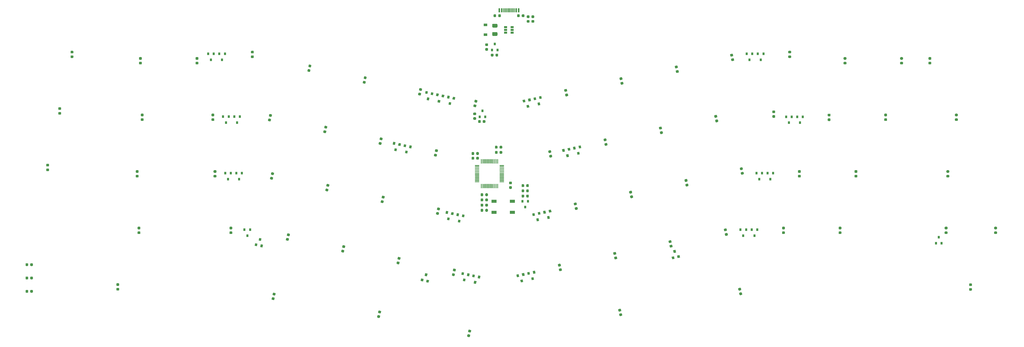
<source format=gbr>
G04 #@! TF.GenerationSoftware,KiCad,Pcbnew,5.1.9*
G04 #@! TF.CreationDate,2021-03-27T18:28:55-04:00*
G04 #@! TF.ProjectId,Cordillera,436f7264-696c-46c6-9572-612e6b696361,rev?*
G04 #@! TF.SameCoordinates,Original*
G04 #@! TF.FileFunction,Paste,Bot*
G04 #@! TF.FilePolarity,Positive*
%FSLAX46Y46*%
G04 Gerber Fmt 4.6, Leading zero omitted, Abs format (unit mm)*
G04 Created by KiCad (PCBNEW 5.1.9) date 2021-03-27 18:28:55*
%MOMM*%
%LPD*%
G01*
G04 APERTURE LIST*
%ADD10R,0.600000X1.450000*%
%ADD11R,0.300000X1.450000*%
%ADD12R,1.060000X0.650000*%
%ADD13R,1.200000X0.900000*%
%ADD14R,0.800000X0.900000*%
%ADD15C,0.100000*%
%ADD16R,1.800000X1.100000*%
G04 APERTURE END LIST*
D10*
X162594998Y9085002D03*
X156144998Y9085002D03*
X161819998Y9085002D03*
X156919998Y9085002D03*
D11*
X157619998Y9085002D03*
X161119998Y9085002D03*
X158119998Y9085002D03*
X160619998Y9085002D03*
X158619998Y9085002D03*
X160119998Y9085002D03*
X159619998Y9085002D03*
X159119998Y9085002D03*
G36*
G01*
X150699997Y-52813751D02*
X150699997Y-53326251D01*
G75*
G02*
X150481247Y-53545001I-218750J0D01*
G01*
X150043747Y-53545001D01*
G75*
G02*
X149824997Y-53326251I0J218750D01*
G01*
X149824997Y-52813751D01*
G75*
G02*
X150043747Y-52595001I218750J0D01*
G01*
X150481247Y-52595001D01*
G75*
G02*
X150699997Y-52813751I0J-218750D01*
G01*
G37*
G36*
G01*
X152274997Y-52813751D02*
X152274997Y-53326251D01*
G75*
G02*
X152056247Y-53545001I-218750J0D01*
G01*
X151618747Y-53545001D01*
G75*
G02*
X151399997Y-53326251I0J218750D01*
G01*
X151399997Y-52813751D01*
G75*
G02*
X151618747Y-52595001I218750J0D01*
G01*
X152056247Y-52595001D01*
G75*
G02*
X152274997Y-52813751I0J-218750D01*
G01*
G37*
G36*
G01*
X149839993Y-28133751D02*
X149839993Y-28646251D01*
G75*
G02*
X149621243Y-28865001I-218750J0D01*
G01*
X149183743Y-28865001D01*
G75*
G02*
X148964993Y-28646251I0J218750D01*
G01*
X148964993Y-28133751D01*
G75*
G02*
X149183743Y-27915001I218750J0D01*
G01*
X149621243Y-27915001D01*
G75*
G02*
X149839993Y-28133751I0J-218750D01*
G01*
G37*
G36*
G01*
X151414993Y-28133751D02*
X151414993Y-28646251D01*
G75*
G02*
X151196243Y-28865001I-218750J0D01*
G01*
X150758743Y-28865001D01*
G75*
G02*
X150539993Y-28646251I0J218750D01*
G01*
X150539993Y-28133751D01*
G75*
G02*
X150758743Y-27915001I218750J0D01*
G01*
X151196243Y-27915001D01*
G75*
G02*
X151414993Y-28133751I0J-218750D01*
G01*
G37*
G36*
G01*
X147566340Y-26950392D02*
X148078840Y-26950392D01*
G75*
G02*
X148297590Y-27169142I0J-218750D01*
G01*
X148297590Y-27606642D01*
G75*
G02*
X148078840Y-27825392I-218750J0D01*
G01*
X147566340Y-27825392D01*
G75*
G02*
X147347590Y-27606642I0J218750D01*
G01*
X147347590Y-27169142D01*
G75*
G02*
X147566340Y-26950392I218750J0D01*
G01*
G37*
G36*
G01*
X147566340Y-25375392D02*
X148078840Y-25375392D01*
G75*
G02*
X148297590Y-25594142I0J-218750D01*
G01*
X148297590Y-26031642D01*
G75*
G02*
X148078840Y-26250392I-218750J0D01*
G01*
X147566340Y-26250392D01*
G75*
G02*
X147347590Y-26031642I0J218750D01*
G01*
X147347590Y-25594142D01*
G75*
G02*
X147566340Y-25375392I218750J0D01*
G01*
G37*
D12*
X158269994Y2492501D03*
X158269994Y3442501D03*
X158269994Y1542501D03*
X160469994Y1542501D03*
X160469994Y2492501D03*
X160469994Y3442501D03*
G36*
G01*
X152113748Y-2949999D02*
X151601248Y-2949999D01*
G75*
G02*
X151382498Y-2731249I0J218750D01*
G01*
X151382498Y-2293749D01*
G75*
G02*
X151601248Y-2074999I218750J0D01*
G01*
X152113748Y-2074999D01*
G75*
G02*
X152332498Y-2293749I0J-218750D01*
G01*
X152332498Y-2731249D01*
G75*
G02*
X152113748Y-2949999I-218750J0D01*
G01*
G37*
G36*
G01*
X152113748Y-4524999D02*
X151601248Y-4524999D01*
G75*
G02*
X151382498Y-4306249I0J218750D01*
G01*
X151382498Y-3868749D01*
G75*
G02*
X151601248Y-3649999I218750J0D01*
G01*
X152113748Y-3649999D01*
G75*
G02*
X152332498Y-3868749I0J-218750D01*
G01*
X152332498Y-4306249D01*
G75*
G02*
X152113748Y-4524999I-218750J0D01*
G01*
G37*
G36*
G01*
X164479995Y-51503749D02*
X164479995Y-52016249D01*
G75*
G02*
X164261245Y-52234999I-218750J0D01*
G01*
X163823745Y-52234999D01*
G75*
G02*
X163604995Y-52016249I0J218750D01*
G01*
X163604995Y-51503749D01*
G75*
G02*
X163823745Y-51284999I218750J0D01*
G01*
X164261245Y-51284999D01*
G75*
G02*
X164479995Y-51503749I0J-218750D01*
G01*
G37*
G36*
G01*
X166054995Y-51503749D02*
X166054995Y-52016249D01*
G75*
G02*
X165836245Y-52234999I-218750J0D01*
G01*
X165398745Y-52234999D01*
G75*
G02*
X165179995Y-52016249I0J218750D01*
G01*
X165179995Y-51503749D01*
G75*
G02*
X165398745Y-51284999I218750J0D01*
G01*
X165836245Y-51284999D01*
G75*
G02*
X166054995Y-51503749I0J-218750D01*
G01*
G37*
G36*
G01*
X150699997Y-56313752D02*
X150699997Y-56826252D01*
G75*
G02*
X150481247Y-57045002I-218750J0D01*
G01*
X150043747Y-57045002D01*
G75*
G02*
X149824997Y-56826252I0J218750D01*
G01*
X149824997Y-56313752D01*
G75*
G02*
X150043747Y-56095002I218750J0D01*
G01*
X150481247Y-56095002D01*
G75*
G02*
X150699997Y-56313752I0J-218750D01*
G01*
G37*
G36*
G01*
X152274997Y-56313752D02*
X152274997Y-56826252D01*
G75*
G02*
X152056247Y-57045002I-218750J0D01*
G01*
X151618747Y-57045002D01*
G75*
G02*
X151399997Y-56826252I0J218750D01*
G01*
X151399997Y-56313752D01*
G75*
G02*
X151618747Y-56095002I218750J0D01*
G01*
X152056247Y-56095002D01*
G75*
G02*
X152274997Y-56313752I0J-218750D01*
G01*
G37*
G36*
G01*
X154149998Y-5753750D02*
X154149998Y-6266250D01*
G75*
G02*
X153931248Y-6485000I-218750J0D01*
G01*
X153493748Y-6485000D01*
G75*
G02*
X153274998Y-6266250I0J218750D01*
G01*
X153274998Y-5753750D01*
G75*
G02*
X153493748Y-5535000I218750J0D01*
G01*
X153931248Y-5535000D01*
G75*
G02*
X154149998Y-5753750I0J-218750D01*
G01*
G37*
G36*
G01*
X155724998Y-5753750D02*
X155724998Y-6266250D01*
G75*
G02*
X155506248Y-6485000I-218750J0D01*
G01*
X155068748Y-6485000D01*
G75*
G02*
X154849998Y-6266250I0J218750D01*
G01*
X154849998Y-5753750D01*
G75*
G02*
X155068748Y-5535000I218750J0D01*
G01*
X155506248Y-5535000D01*
G75*
G02*
X155724998Y-5753750I0J-218750D01*
G01*
G37*
G36*
G01*
X148349993Y-39436251D02*
X148349993Y-38923751D01*
G75*
G02*
X148568743Y-38705001I218750J0D01*
G01*
X149006243Y-38705001D01*
G75*
G02*
X149224993Y-38923751I0J-218750D01*
G01*
X149224993Y-39436251D01*
G75*
G02*
X149006243Y-39655001I-218750J0D01*
G01*
X148568743Y-39655001D01*
G75*
G02*
X148349993Y-39436251I0J218750D01*
G01*
G37*
G36*
G01*
X146774993Y-39436251D02*
X146774993Y-38923751D01*
G75*
G02*
X146993743Y-38705001I218750J0D01*
G01*
X147431243Y-38705001D01*
G75*
G02*
X147649993Y-38923751I0J-218750D01*
G01*
X147649993Y-39436251D01*
G75*
G02*
X147431243Y-39655001I-218750J0D01*
G01*
X146993743Y-39655001D01*
G75*
G02*
X146774993Y-39436251I0J218750D01*
G01*
G37*
G36*
G01*
X165571246Y5786251D02*
X166083746Y5786251D01*
G75*
G02*
X166302496Y5567501I0J-218750D01*
G01*
X166302496Y5130001D01*
G75*
G02*
X166083746Y4911251I-218750J0D01*
G01*
X165571246Y4911251D01*
G75*
G02*
X165352496Y5130001I0J218750D01*
G01*
X165352496Y5567501D01*
G75*
G02*
X165571246Y5786251I218750J0D01*
G01*
G37*
G36*
G01*
X165571246Y7361251D02*
X166083746Y7361251D01*
G75*
G02*
X166302496Y7142501I0J-218750D01*
G01*
X166302496Y6705001D01*
G75*
G02*
X166083746Y6486251I-218750J0D01*
G01*
X165571246Y6486251D01*
G75*
G02*
X165352496Y6705001I0J218750D01*
G01*
X165352496Y7142501D01*
G75*
G02*
X165571246Y7361251I218750J0D01*
G01*
G37*
G36*
G01*
X156214052Y-37310257D02*
X156214052Y-36797757D01*
G75*
G02*
X156432802Y-36579007I218750J0D01*
G01*
X156870302Y-36579007D01*
G75*
G02*
X157089052Y-36797757I0J-218750D01*
G01*
X157089052Y-37310257D01*
G75*
G02*
X156870302Y-37529007I-218750J0D01*
G01*
X156432802Y-37529007D01*
G75*
G02*
X156214052Y-37310257I0J218750D01*
G01*
G37*
G36*
G01*
X154639052Y-37310257D02*
X154639052Y-36797757D01*
G75*
G02*
X154857802Y-36579007I218750J0D01*
G01*
X155295302Y-36579007D01*
G75*
G02*
X155514052Y-36797757I0J-218750D01*
G01*
X155514052Y-37310257D01*
G75*
G02*
X155295302Y-37529007I-218750J0D01*
G01*
X154857802Y-37529007D01*
G75*
G02*
X154639052Y-37310257I0J218750D01*
G01*
G37*
G36*
G01*
X159623746Y-50210001D02*
X160136246Y-50210001D01*
G75*
G02*
X160354996Y-50428751I0J-218750D01*
G01*
X160354996Y-50866251D01*
G75*
G02*
X160136246Y-51085001I-218750J0D01*
G01*
X159623746Y-51085001D01*
G75*
G02*
X159404996Y-50866251I0J218750D01*
G01*
X159404996Y-50428751D01*
G75*
G02*
X159623746Y-50210001I218750J0D01*
G01*
G37*
G36*
G01*
X159623746Y-48635001D02*
X160136246Y-48635001D01*
G75*
G02*
X160354996Y-48853751I0J-218750D01*
G01*
X160354996Y-49291251D01*
G75*
G02*
X160136246Y-49510001I-218750J0D01*
G01*
X159623746Y-49510001D01*
G75*
G02*
X159404996Y-49291251I0J218750D01*
G01*
X159404996Y-48853751D01*
G75*
G02*
X159623746Y-48635001I218750J0D01*
G01*
G37*
G36*
G01*
X150699993Y-54563751D02*
X150699993Y-55076251D01*
G75*
G02*
X150481243Y-55295001I-218750J0D01*
G01*
X150043743Y-55295001D01*
G75*
G02*
X149824993Y-55076251I0J218750D01*
G01*
X149824993Y-54563751D01*
G75*
G02*
X150043743Y-54345001I218750J0D01*
G01*
X150481243Y-54345001D01*
G75*
G02*
X150699993Y-54563751I0J-218750D01*
G01*
G37*
G36*
G01*
X152274993Y-54563751D02*
X152274993Y-55076251D01*
G75*
G02*
X152056243Y-55295001I-218750J0D01*
G01*
X151618743Y-55295001D01*
G75*
G02*
X151399993Y-55076251I0J218750D01*
G01*
X151399993Y-54563751D01*
G75*
G02*
X151618743Y-54345001I218750J0D01*
G01*
X152056243Y-54345001D01*
G75*
G02*
X152274993Y-54563751I0J-218750D01*
G01*
G37*
G36*
G01*
X156214049Y-39060256D02*
X156214049Y-38547756D01*
G75*
G02*
X156432799Y-38329006I218750J0D01*
G01*
X156870299Y-38329006D01*
G75*
G02*
X157089049Y-38547756I0J-218750D01*
G01*
X157089049Y-39060256D01*
G75*
G02*
X156870299Y-39279006I-218750J0D01*
G01*
X156432799Y-39279006D01*
G75*
G02*
X156214049Y-39060256I0J218750D01*
G01*
G37*
G36*
G01*
X154639049Y-39060256D02*
X154639049Y-38547756D01*
G75*
G02*
X154857799Y-38329006I218750J0D01*
G01*
X155295299Y-38329006D01*
G75*
G02*
X155514049Y-38547756I0J-218750D01*
G01*
X155514049Y-39060256D01*
G75*
G02*
X155295299Y-39279006I-218750J0D01*
G01*
X154857799Y-39279006D01*
G75*
G02*
X154639049Y-39060256I0J218750D01*
G01*
G37*
G36*
G01*
X148349998Y-41036251D02*
X148349998Y-40523751D01*
G75*
G02*
X148568748Y-40305001I218750J0D01*
G01*
X149006248Y-40305001D01*
G75*
G02*
X149224998Y-40523751I0J-218750D01*
G01*
X149224998Y-41036251D01*
G75*
G02*
X149006248Y-41255001I-218750J0D01*
G01*
X148568748Y-41255001D01*
G75*
G02*
X148349998Y-41036251I0J218750D01*
G01*
G37*
G36*
G01*
X146774998Y-41036251D02*
X146774998Y-40523751D01*
G75*
G02*
X146993748Y-40305001I218750J0D01*
G01*
X147431248Y-40305001D01*
G75*
G02*
X147649998Y-40523751I0J-218750D01*
G01*
X147649998Y-41036251D01*
G75*
G02*
X147431248Y-41255001I-218750J0D01*
G01*
X146993748Y-41255001D01*
G75*
G02*
X146774998Y-41036251I0J218750D01*
G01*
G37*
D13*
X151432498Y4142500D03*
X151432498Y842500D03*
G36*
G01*
X165179997Y-53766250D02*
X165179997Y-53253750D01*
G75*
G02*
X165398747Y-53035000I218750J0D01*
G01*
X165836247Y-53035000D01*
G75*
G02*
X166054997Y-53253750I0J-218750D01*
G01*
X166054997Y-53766250D01*
G75*
G02*
X165836247Y-53985000I-218750J0D01*
G01*
X165398747Y-53985000D01*
G75*
G02*
X165179997Y-53766250I0J218750D01*
G01*
G37*
G36*
G01*
X163604997Y-53766250D02*
X163604997Y-53253750D01*
G75*
G02*
X163823747Y-53035000I218750J0D01*
G01*
X164261247Y-53035000D01*
G75*
G02*
X164479997Y-53253750I0J-218750D01*
G01*
X164479997Y-53766250D01*
G75*
G02*
X164261247Y-53985000I-218750J0D01*
G01*
X163823747Y-53985000D01*
G75*
G02*
X163604997Y-53766250I0J218750D01*
G01*
G37*
G36*
G01*
X164479997Y-49753750D02*
X164479997Y-50266250D01*
G75*
G02*
X164261247Y-50485000I-218750J0D01*
G01*
X163823747Y-50485000D01*
G75*
G02*
X163604997Y-50266250I0J218750D01*
G01*
X163604997Y-49753750D01*
G75*
G02*
X163823747Y-49535000I218750J0D01*
G01*
X164261247Y-49535000D01*
G75*
G02*
X164479997Y-49753750I0J-218750D01*
G01*
G37*
G36*
G01*
X166054997Y-49753750D02*
X166054997Y-50266250D01*
G75*
G02*
X165836247Y-50485000I-218750J0D01*
G01*
X165398747Y-50485000D01*
G75*
G02*
X165179997Y-50266250I0J218750D01*
G01*
X165179997Y-49753750D01*
G75*
G02*
X165398747Y-49535000I218750J0D01*
G01*
X165836247Y-49535000D01*
G75*
G02*
X166054997Y-49753750I0J-218750D01*
G01*
G37*
G36*
G01*
X150699993Y-58063751D02*
X150699993Y-58576251D01*
G75*
G02*
X150481243Y-58795001I-218750J0D01*
G01*
X150043743Y-58795001D01*
G75*
G02*
X149824993Y-58576251I0J218750D01*
G01*
X149824993Y-58063751D01*
G75*
G02*
X150043743Y-57845001I218750J0D01*
G01*
X150481243Y-57845001D01*
G75*
G02*
X150699993Y-58063751I0J-218750D01*
G01*
G37*
G36*
G01*
X152274993Y-58063751D02*
X152274993Y-58576251D01*
G75*
G02*
X152056243Y-58795001I-218750J0D01*
G01*
X151618743Y-58795001D01*
G75*
G02*
X151399993Y-58576251I0J218750D01*
G01*
X151399993Y-58063751D01*
G75*
G02*
X151618743Y-57845001I218750J0D01*
G01*
X152056243Y-57845001D01*
G75*
G02*
X152274993Y-58063751I0J-218750D01*
G01*
G37*
D14*
X150459994Y-24810001D03*
X149509994Y-26810001D03*
X151409994Y-26810001D03*
D15*
G36*
X139161101Y-21810814D02*
G01*
X139943619Y-21977143D01*
X139756499Y-22857476D01*
X138973981Y-22691147D01*
X139161101Y-21810814D01*
G37*
G36*
X140506165Y-20052035D02*
G01*
X141288683Y-20218364D01*
X141101563Y-21098697D01*
X140319045Y-20932368D01*
X140506165Y-20052035D01*
G37*
G36*
X138647684Y-19657002D02*
G01*
X139430202Y-19823331D01*
X139243082Y-20703664D01*
X138460564Y-20537335D01*
X138647684Y-19657002D01*
G37*
G36*
G01*
X129742715Y-18083598D02*
X129241414Y-17977043D01*
G75*
G02*
X129072925Y-17717592I45481J213970D01*
G01*
X129163886Y-17289653D01*
G75*
G02*
X129423337Y-17121164I213970J-45481D01*
G01*
X129924638Y-17227719D01*
G75*
G02*
X130093127Y-17487170I-45481J-213970D01*
G01*
X130002166Y-17915109D01*
G75*
G02*
X129742715Y-18083598I-213970J45481D01*
G01*
G37*
G36*
G01*
X129415255Y-19624180D02*
X128913954Y-19517625D01*
G75*
G02*
X128745465Y-19258174I45481J213970D01*
G01*
X128836426Y-18830235D01*
G75*
G02*
X129095877Y-18661746I213970J-45481D01*
G01*
X129597178Y-18768301D01*
G75*
G02*
X129765667Y-19027752I-45481J-213970D01*
G01*
X129674706Y-19455691D01*
G75*
G02*
X129415255Y-19624180I-213970J45481D01*
G01*
G37*
G36*
X144001407Y-81266436D02*
G01*
X144783925Y-81432765D01*
X144596805Y-82313098D01*
X143814287Y-82146769D01*
X144001407Y-81266436D01*
G37*
G36*
X145346471Y-79507657D02*
G01*
X146128989Y-79673986D01*
X145941869Y-80554319D01*
X145159351Y-80387990D01*
X145346471Y-79507657D01*
G37*
G36*
X143487990Y-79112624D02*
G01*
X144270508Y-79278953D01*
X144083388Y-80159286D01*
X143300870Y-79992957D01*
X143487990Y-79112624D01*
G37*
G36*
X147669464Y-82046104D02*
G01*
X148451982Y-82212433D01*
X148264862Y-83092766D01*
X147482344Y-82926437D01*
X147669464Y-82046104D01*
G37*
G36*
X149014528Y-80287325D02*
G01*
X149797046Y-80453654D01*
X149609926Y-81333987D01*
X148827408Y-81167658D01*
X149014528Y-80287325D01*
G37*
G36*
X147156047Y-79892292D02*
G01*
X147938565Y-80058621D01*
X147751445Y-80938954D01*
X146968927Y-80772625D01*
X147156047Y-79892292D01*
G37*
G36*
X138651414Y-60656438D02*
G01*
X139433932Y-60822767D01*
X139246812Y-61703100D01*
X138464294Y-61536771D01*
X138651414Y-60656438D01*
G37*
G36*
X139996478Y-58897659D02*
G01*
X140778996Y-59063988D01*
X140591876Y-59944321D01*
X139809358Y-59777992D01*
X139996478Y-58897659D01*
G37*
G36*
X138137997Y-58502626D02*
G01*
X138920515Y-58668955D01*
X138733395Y-59549288D01*
X137950877Y-59382959D01*
X138137997Y-58502626D01*
G37*
G36*
X142319469Y-61436105D02*
G01*
X143101987Y-61602434D01*
X142914867Y-62482767D01*
X142132349Y-62316438D01*
X142319469Y-61436105D01*
G37*
G36*
X143664533Y-59677326D02*
G01*
X144447051Y-59843655D01*
X144259931Y-60723988D01*
X143477413Y-60557659D01*
X143664533Y-59677326D01*
G37*
G36*
X141806052Y-59282293D02*
G01*
X142588570Y-59448622D01*
X142401450Y-60328955D01*
X141618932Y-60162626D01*
X141806052Y-59282293D01*
G37*
G36*
X120874221Y-37396497D02*
G01*
X121656739Y-37562826D01*
X121469619Y-38443159D01*
X120687101Y-38276830D01*
X120874221Y-37396497D01*
G37*
G36*
X122219285Y-35637718D02*
G01*
X123001803Y-35804047D01*
X122814683Y-36684380D01*
X122032165Y-36518051D01*
X122219285Y-35637718D01*
G37*
G36*
X120360804Y-35242685D02*
G01*
X121143322Y-35409014D01*
X120956202Y-36289347D01*
X120173684Y-36123018D01*
X120360804Y-35242685D01*
G37*
G36*
X124542272Y-38176167D02*
G01*
X125324790Y-38342496D01*
X125137670Y-39222829D01*
X124355152Y-39056500D01*
X124542272Y-38176167D01*
G37*
G36*
X125887336Y-36417388D02*
G01*
X126669854Y-36583717D01*
X126482734Y-37464050D01*
X125700216Y-37297721D01*
X125887336Y-36417388D01*
G37*
G36*
X124028855Y-36022355D02*
G01*
X124811373Y-36188684D01*
X124624253Y-37069017D01*
X123841735Y-36902688D01*
X124028855Y-36022355D01*
G37*
G36*
X135493042Y-21031145D02*
G01*
X136275560Y-21197474D01*
X136088440Y-22077807D01*
X135305922Y-21911478D01*
X135493042Y-21031145D01*
G37*
G36*
X136838106Y-19272366D02*
G01*
X137620624Y-19438695D01*
X137433504Y-20319028D01*
X136650986Y-20152699D01*
X136838106Y-19272366D01*
G37*
G36*
X134979625Y-18877333D02*
G01*
X135762143Y-19043662D01*
X135575023Y-19923995D01*
X134792505Y-19757666D01*
X134979625Y-18877333D01*
G37*
G36*
X131824991Y-20251473D02*
G01*
X132607509Y-20417802D01*
X132420389Y-21298135D01*
X131637871Y-21131806D01*
X131824991Y-20251473D01*
G37*
G36*
X133170055Y-18492694D02*
G01*
X133952573Y-18659023D01*
X133765453Y-19539356D01*
X132982935Y-19373027D01*
X133170055Y-18492694D01*
G37*
G36*
X131311574Y-18097661D02*
G01*
X132094092Y-18263990D01*
X131906972Y-19144323D01*
X131124454Y-18977994D01*
X131311574Y-18097661D01*
G37*
D14*
X71234994Y-66865001D03*
X72184994Y-64865001D03*
X70284994Y-64865001D03*
X243634997Y-47814499D03*
X244584997Y-45814499D03*
X242684997Y-45814499D03*
X247384991Y-47814499D03*
X248334991Y-45814499D03*
X246434991Y-45814499D03*
D15*
G36*
X163173249Y-81762823D02*
G01*
X163955767Y-81596494D01*
X164142887Y-82476827D01*
X163360369Y-82643156D01*
X163173249Y-81762823D01*
G37*
G36*
X163686666Y-79609011D02*
G01*
X164469184Y-79442682D01*
X164656304Y-80323015D01*
X163873786Y-80489344D01*
X163686666Y-79609011D01*
G37*
G36*
X161828185Y-80004044D02*
G01*
X162610703Y-79837715D01*
X162797823Y-80718048D01*
X162015305Y-80884377D01*
X161828185Y-80004044D01*
G37*
G36*
X166841308Y-80983156D02*
G01*
X167623826Y-80816827D01*
X167810946Y-81697160D01*
X167028428Y-81863489D01*
X166841308Y-80983156D01*
G37*
G36*
X167354725Y-78829344D02*
G01*
X168137243Y-78663015D01*
X168324363Y-79543348D01*
X167541845Y-79709677D01*
X167354725Y-78829344D01*
G37*
G36*
X165496244Y-79224377D02*
G01*
X166278762Y-79058048D01*
X166465882Y-79938381D01*
X165683364Y-80104710D01*
X165496244Y-79224377D01*
G37*
G36*
X168533254Y-61152824D02*
G01*
X169315772Y-60986495D01*
X169502892Y-61866828D01*
X168720374Y-62033157D01*
X168533254Y-61152824D01*
G37*
G36*
X169046671Y-58999012D02*
G01*
X169829189Y-58832683D01*
X170016309Y-59713016D01*
X169233791Y-59879345D01*
X169046671Y-58999012D01*
G37*
G36*
X167188190Y-59394045D02*
G01*
X167970708Y-59227716D01*
X168157828Y-60108049D01*
X167375310Y-60274378D01*
X167188190Y-59394045D01*
G37*
G36*
X172201308Y-60373157D02*
G01*
X172983826Y-60206828D01*
X173170946Y-61087161D01*
X172388428Y-61253490D01*
X172201308Y-60373157D01*
G37*
G36*
X172714725Y-58219345D02*
G01*
X173497243Y-58053016D01*
X173684363Y-58933349D01*
X172901845Y-59099678D01*
X172714725Y-58219345D01*
G37*
G36*
X170856244Y-58614378D02*
G01*
X171638762Y-58448049D01*
X171825882Y-59328382D01*
X171043364Y-59494711D01*
X170856244Y-58614378D01*
G37*
G36*
X178576493Y-39535830D02*
G01*
X179359011Y-39369501D01*
X179546131Y-40249834D01*
X178763613Y-40416163D01*
X178576493Y-39535830D01*
G37*
G36*
X179089910Y-37382018D02*
G01*
X179872428Y-37215689D01*
X180059548Y-38096022D01*
X179277030Y-38262351D01*
X179089910Y-37382018D01*
G37*
G36*
X177231429Y-37777051D02*
G01*
X178013947Y-37610722D01*
X178201067Y-38491055D01*
X177418549Y-38657384D01*
X177231429Y-37777051D01*
G37*
G36*
X182244544Y-38756161D02*
G01*
X183027062Y-38589832D01*
X183214182Y-39470165D01*
X182431664Y-39636494D01*
X182244544Y-38756161D01*
G37*
G36*
X182757961Y-36602349D02*
G01*
X183540479Y-36436020D01*
X183727599Y-37316353D01*
X182945081Y-37482682D01*
X182757961Y-36602349D01*
G37*
G36*
X180899480Y-36997382D02*
G01*
X181681998Y-36831053D01*
X181869118Y-37711386D01*
X181086600Y-37877715D01*
X180899480Y-36997382D01*
G37*
G36*
X165273254Y-22892822D02*
G01*
X166055772Y-22726493D01*
X166242892Y-23606826D01*
X165460374Y-23773155D01*
X165273254Y-22892822D01*
G37*
G36*
X165786671Y-20739010D02*
G01*
X166569189Y-20572681D01*
X166756309Y-21453014D01*
X165973791Y-21619343D01*
X165786671Y-20739010D01*
G37*
G36*
X163928190Y-21134043D02*
G01*
X164710708Y-20967714D01*
X164897828Y-21848047D01*
X164115310Y-22014376D01*
X163928190Y-21134043D01*
G37*
G36*
X168941305Y-22113153D02*
G01*
X169723823Y-21946824D01*
X169910943Y-22827157D01*
X169128425Y-22993486D01*
X168941305Y-22113153D01*
G37*
G36*
X169454722Y-19959341D02*
G01*
X170237240Y-19793012D01*
X170424360Y-20673345D01*
X169641842Y-20839674D01*
X169454722Y-19959341D01*
G37*
G36*
X167596241Y-20354374D02*
G01*
X168378759Y-20188045D01*
X168565879Y-21068378D01*
X167783361Y-21234707D01*
X167596241Y-20354374D01*
G37*
D14*
X238274992Y-66865001D03*
X239224992Y-64865001D03*
X237324992Y-64865001D03*
X257394991Y-28787501D03*
X258344991Y-26787501D03*
X256444991Y-26787501D03*
X253644991Y-28787499D03*
X254594991Y-26787499D03*
X252694991Y-26787499D03*
X244124997Y-7575000D03*
X245074997Y-5575000D03*
X243174997Y-5575000D03*
X240374991Y-7575001D03*
X241324991Y-5575001D03*
X239424991Y-5575001D03*
X68499996Y-47815000D03*
X69449996Y-45815000D03*
X67549996Y-45815000D03*
X64749991Y-47815001D03*
X65699991Y-45815001D03*
X63799991Y-45815001D03*
X64049991Y-28765001D03*
X64999991Y-26765001D03*
X63099991Y-26765001D03*
X67799991Y-28764999D03*
X68749991Y-26764999D03*
X66849991Y-26764999D03*
X58999991Y-7575001D03*
X59949991Y-5575001D03*
X58049991Y-5575001D03*
X62749993Y-7574998D03*
X63699993Y-5574998D03*
X61799993Y-5574998D03*
X242024996Y-66864999D03*
X242974996Y-64864999D03*
X241074996Y-64864999D03*
G36*
G01*
X-1850006Y-85876250D02*
X-1850006Y-85363750D01*
G75*
G02*
X-1631256Y-85145000I218750J0D01*
G01*
X-1193756Y-85145000D01*
G75*
G02*
X-975006Y-85363750I0J-218750D01*
G01*
X-975006Y-85876250D01*
G75*
G02*
X-1193756Y-86095000I-218750J0D01*
G01*
X-1631256Y-86095000D01*
G75*
G02*
X-1850006Y-85876250I0J218750D01*
G01*
G37*
G36*
G01*
X-3425006Y-85876250D02*
X-3425006Y-85363750D01*
G75*
G02*
X-3206256Y-85145000I218750J0D01*
G01*
X-2768756Y-85145000D01*
G75*
G02*
X-2550006Y-85363750I0J-218750D01*
G01*
X-2550006Y-85876250D01*
G75*
G02*
X-2768756Y-86095000I-218750J0D01*
G01*
X-3206256Y-86095000D01*
G75*
G02*
X-3425006Y-85876250I0J218750D01*
G01*
G37*
G36*
G01*
X-1850005Y-81376250D02*
X-1850005Y-80863750D01*
G75*
G02*
X-1631255Y-80645000I218750J0D01*
G01*
X-1193755Y-80645000D01*
G75*
G02*
X-975005Y-80863750I0J-218750D01*
G01*
X-975005Y-81376250D01*
G75*
G02*
X-1193755Y-81595000I-218750J0D01*
G01*
X-1631255Y-81595000D01*
G75*
G02*
X-1850005Y-81376250I0J218750D01*
G01*
G37*
G36*
G01*
X-3425005Y-81376250D02*
X-3425005Y-80863750D01*
G75*
G02*
X-3206255Y-80645000I218750J0D01*
G01*
X-2768755Y-80645000D01*
G75*
G02*
X-2550005Y-80863750I0J-218750D01*
G01*
X-2550005Y-81376250D01*
G75*
G02*
X-2768755Y-81595000I-218750J0D01*
G01*
X-3206255Y-81595000D01*
G75*
G02*
X-3425005Y-81376250I0J218750D01*
G01*
G37*
G36*
G01*
X-1850005Y-76876250D02*
X-1850005Y-76363750D01*
G75*
G02*
X-1631255Y-76145000I218750J0D01*
G01*
X-1193755Y-76145000D01*
G75*
G02*
X-975005Y-76363750I0J-218750D01*
G01*
X-975005Y-76876250D01*
G75*
G02*
X-1193755Y-77095000I-218750J0D01*
G01*
X-1631255Y-77095000D01*
G75*
G02*
X-1850005Y-76876250I0J218750D01*
G01*
G37*
G36*
G01*
X-3425005Y-76876250D02*
X-3425005Y-76363750D01*
G75*
G02*
X-3206255Y-76145000I218750J0D01*
G01*
X-2768755Y-76145000D01*
G75*
G02*
X-2550005Y-76363750I0J-218750D01*
G01*
X-2550005Y-76876250D01*
G75*
G02*
X-2768755Y-77095000I-218750J0D01*
G01*
X-3206255Y-77095000D01*
G75*
G02*
X-3425005Y-76876250I0J218750D01*
G01*
G37*
X164829996Y-57259998D03*
X165779996Y-55259998D03*
X163879996Y-55259998D03*
X154607497Y-2299999D03*
X153657497Y-4299999D03*
X155557497Y-4299999D03*
G36*
G01*
X157624994Y-48880000D02*
X156299994Y-48880000D01*
G75*
G02*
X156224994Y-48805000I0J75000D01*
G01*
X156224994Y-48655000D01*
G75*
G02*
X156299994Y-48580000I75000J0D01*
G01*
X157624994Y-48580000D01*
G75*
G02*
X157699994Y-48655000I0J-75000D01*
G01*
X157699994Y-48805000D01*
G75*
G02*
X157624994Y-48880000I-75000J0D01*
G01*
G37*
G36*
G01*
X157624994Y-48380000D02*
X156299994Y-48380000D01*
G75*
G02*
X156224994Y-48305000I0J75000D01*
G01*
X156224994Y-48155000D01*
G75*
G02*
X156299994Y-48080000I75000J0D01*
G01*
X157624994Y-48080000D01*
G75*
G02*
X157699994Y-48155000I0J-75000D01*
G01*
X157699994Y-48305000D01*
G75*
G02*
X157624994Y-48380000I-75000J0D01*
G01*
G37*
G36*
G01*
X157624994Y-47880000D02*
X156299994Y-47880000D01*
G75*
G02*
X156224994Y-47805000I0J75000D01*
G01*
X156224994Y-47655000D01*
G75*
G02*
X156299994Y-47580000I75000J0D01*
G01*
X157624994Y-47580000D01*
G75*
G02*
X157699994Y-47655000I0J-75000D01*
G01*
X157699994Y-47805000D01*
G75*
G02*
X157624994Y-47880000I-75000J0D01*
G01*
G37*
G36*
G01*
X157624994Y-47380000D02*
X156299994Y-47380000D01*
G75*
G02*
X156224994Y-47305000I0J75000D01*
G01*
X156224994Y-47155000D01*
G75*
G02*
X156299994Y-47080000I75000J0D01*
G01*
X157624994Y-47080000D01*
G75*
G02*
X157699994Y-47155000I0J-75000D01*
G01*
X157699994Y-47305000D01*
G75*
G02*
X157624994Y-47380000I-75000J0D01*
G01*
G37*
G36*
G01*
X157624994Y-46880000D02*
X156299994Y-46880000D01*
G75*
G02*
X156224994Y-46805000I0J75000D01*
G01*
X156224994Y-46655000D01*
G75*
G02*
X156299994Y-46580000I75000J0D01*
G01*
X157624994Y-46580000D01*
G75*
G02*
X157699994Y-46655000I0J-75000D01*
G01*
X157699994Y-46805000D01*
G75*
G02*
X157624994Y-46880000I-75000J0D01*
G01*
G37*
G36*
G01*
X157624994Y-46380000D02*
X156299994Y-46380000D01*
G75*
G02*
X156224994Y-46305000I0J75000D01*
G01*
X156224994Y-46155000D01*
G75*
G02*
X156299994Y-46080000I75000J0D01*
G01*
X157624994Y-46080000D01*
G75*
G02*
X157699994Y-46155000I0J-75000D01*
G01*
X157699994Y-46305000D01*
G75*
G02*
X157624994Y-46380000I-75000J0D01*
G01*
G37*
G36*
G01*
X157624994Y-45880000D02*
X156299994Y-45880000D01*
G75*
G02*
X156224994Y-45805000I0J75000D01*
G01*
X156224994Y-45655000D01*
G75*
G02*
X156299994Y-45580000I75000J0D01*
G01*
X157624994Y-45580000D01*
G75*
G02*
X157699994Y-45655000I0J-75000D01*
G01*
X157699994Y-45805000D01*
G75*
G02*
X157624994Y-45880000I-75000J0D01*
G01*
G37*
G36*
G01*
X157624994Y-45380000D02*
X156299994Y-45380000D01*
G75*
G02*
X156224994Y-45305000I0J75000D01*
G01*
X156224994Y-45155000D01*
G75*
G02*
X156299994Y-45080000I75000J0D01*
G01*
X157624994Y-45080000D01*
G75*
G02*
X157699994Y-45155000I0J-75000D01*
G01*
X157699994Y-45305000D01*
G75*
G02*
X157624994Y-45380000I-75000J0D01*
G01*
G37*
G36*
G01*
X157624994Y-44880000D02*
X156299994Y-44880000D01*
G75*
G02*
X156224994Y-44805000I0J75000D01*
G01*
X156224994Y-44655000D01*
G75*
G02*
X156299994Y-44580000I75000J0D01*
G01*
X157624994Y-44580000D01*
G75*
G02*
X157699994Y-44655000I0J-75000D01*
G01*
X157699994Y-44805000D01*
G75*
G02*
X157624994Y-44880000I-75000J0D01*
G01*
G37*
G36*
G01*
X157624994Y-44380000D02*
X156299994Y-44380000D01*
G75*
G02*
X156224994Y-44305000I0J75000D01*
G01*
X156224994Y-44155000D01*
G75*
G02*
X156299994Y-44080000I75000J0D01*
G01*
X157624994Y-44080000D01*
G75*
G02*
X157699994Y-44155000I0J-75000D01*
G01*
X157699994Y-44305000D01*
G75*
G02*
X157624994Y-44380000I-75000J0D01*
G01*
G37*
G36*
G01*
X157624994Y-43880000D02*
X156299994Y-43880000D01*
G75*
G02*
X156224994Y-43805000I0J75000D01*
G01*
X156224994Y-43655000D01*
G75*
G02*
X156299994Y-43580000I75000J0D01*
G01*
X157624994Y-43580000D01*
G75*
G02*
X157699994Y-43655000I0J-75000D01*
G01*
X157699994Y-43805000D01*
G75*
G02*
X157624994Y-43880000I-75000J0D01*
G01*
G37*
G36*
G01*
X157624994Y-43380000D02*
X156299994Y-43380000D01*
G75*
G02*
X156224994Y-43305000I0J75000D01*
G01*
X156224994Y-43155000D01*
G75*
G02*
X156299994Y-43080000I75000J0D01*
G01*
X157624994Y-43080000D01*
G75*
G02*
X157699994Y-43155000I0J-75000D01*
G01*
X157699994Y-43305000D01*
G75*
G02*
X157624994Y-43380000I-75000J0D01*
G01*
G37*
G36*
G01*
X155624994Y-42555000D02*
X155474994Y-42555000D01*
G75*
G02*
X155399994Y-42480000I0J75000D01*
G01*
X155399994Y-41155000D01*
G75*
G02*
X155474994Y-41080000I75000J0D01*
G01*
X155624994Y-41080000D01*
G75*
G02*
X155699994Y-41155000I0J-75000D01*
G01*
X155699994Y-42480000D01*
G75*
G02*
X155624994Y-42555000I-75000J0D01*
G01*
G37*
G36*
G01*
X155124994Y-42555000D02*
X154974994Y-42555000D01*
G75*
G02*
X154899994Y-42480000I0J75000D01*
G01*
X154899994Y-41155000D01*
G75*
G02*
X154974994Y-41080000I75000J0D01*
G01*
X155124994Y-41080000D01*
G75*
G02*
X155199994Y-41155000I0J-75000D01*
G01*
X155199994Y-42480000D01*
G75*
G02*
X155124994Y-42555000I-75000J0D01*
G01*
G37*
G36*
G01*
X154624994Y-42555000D02*
X154474994Y-42555000D01*
G75*
G02*
X154399994Y-42480000I0J75000D01*
G01*
X154399994Y-41155000D01*
G75*
G02*
X154474994Y-41080000I75000J0D01*
G01*
X154624994Y-41080000D01*
G75*
G02*
X154699994Y-41155000I0J-75000D01*
G01*
X154699994Y-42480000D01*
G75*
G02*
X154624994Y-42555000I-75000J0D01*
G01*
G37*
G36*
G01*
X154124994Y-42555000D02*
X153974994Y-42555000D01*
G75*
G02*
X153899994Y-42480000I0J75000D01*
G01*
X153899994Y-41155000D01*
G75*
G02*
X153974994Y-41080000I75000J0D01*
G01*
X154124994Y-41080000D01*
G75*
G02*
X154199994Y-41155000I0J-75000D01*
G01*
X154199994Y-42480000D01*
G75*
G02*
X154124994Y-42555000I-75000J0D01*
G01*
G37*
G36*
G01*
X153624994Y-42555000D02*
X153474994Y-42555000D01*
G75*
G02*
X153399994Y-42480000I0J75000D01*
G01*
X153399994Y-41155000D01*
G75*
G02*
X153474994Y-41080000I75000J0D01*
G01*
X153624994Y-41080000D01*
G75*
G02*
X153699994Y-41155000I0J-75000D01*
G01*
X153699994Y-42480000D01*
G75*
G02*
X153624994Y-42555000I-75000J0D01*
G01*
G37*
G36*
G01*
X153124994Y-42555000D02*
X152974994Y-42555000D01*
G75*
G02*
X152899994Y-42480000I0J75000D01*
G01*
X152899994Y-41155000D01*
G75*
G02*
X152974994Y-41080000I75000J0D01*
G01*
X153124994Y-41080000D01*
G75*
G02*
X153199994Y-41155000I0J-75000D01*
G01*
X153199994Y-42480000D01*
G75*
G02*
X153124994Y-42555000I-75000J0D01*
G01*
G37*
G36*
G01*
X152624994Y-42555000D02*
X152474994Y-42555000D01*
G75*
G02*
X152399994Y-42480000I0J75000D01*
G01*
X152399994Y-41155000D01*
G75*
G02*
X152474994Y-41080000I75000J0D01*
G01*
X152624994Y-41080000D01*
G75*
G02*
X152699994Y-41155000I0J-75000D01*
G01*
X152699994Y-42480000D01*
G75*
G02*
X152624994Y-42555000I-75000J0D01*
G01*
G37*
G36*
G01*
X152124994Y-42555000D02*
X151974994Y-42555000D01*
G75*
G02*
X151899994Y-42480000I0J75000D01*
G01*
X151899994Y-41155000D01*
G75*
G02*
X151974994Y-41080000I75000J0D01*
G01*
X152124994Y-41080000D01*
G75*
G02*
X152199994Y-41155000I0J-75000D01*
G01*
X152199994Y-42480000D01*
G75*
G02*
X152124994Y-42555000I-75000J0D01*
G01*
G37*
G36*
G01*
X151624994Y-42555000D02*
X151474994Y-42555000D01*
G75*
G02*
X151399994Y-42480000I0J75000D01*
G01*
X151399994Y-41155000D01*
G75*
G02*
X151474994Y-41080000I75000J0D01*
G01*
X151624994Y-41080000D01*
G75*
G02*
X151699994Y-41155000I0J-75000D01*
G01*
X151699994Y-42480000D01*
G75*
G02*
X151624994Y-42555000I-75000J0D01*
G01*
G37*
G36*
G01*
X151124994Y-42555000D02*
X150974994Y-42555000D01*
G75*
G02*
X150899994Y-42480000I0J75000D01*
G01*
X150899994Y-41155000D01*
G75*
G02*
X150974994Y-41080000I75000J0D01*
G01*
X151124994Y-41080000D01*
G75*
G02*
X151199994Y-41155000I0J-75000D01*
G01*
X151199994Y-42480000D01*
G75*
G02*
X151124994Y-42555000I-75000J0D01*
G01*
G37*
G36*
G01*
X150624994Y-42555000D02*
X150474994Y-42555000D01*
G75*
G02*
X150399994Y-42480000I0J75000D01*
G01*
X150399994Y-41155000D01*
G75*
G02*
X150474994Y-41080000I75000J0D01*
G01*
X150624994Y-41080000D01*
G75*
G02*
X150699994Y-41155000I0J-75000D01*
G01*
X150699994Y-42480000D01*
G75*
G02*
X150624994Y-42555000I-75000J0D01*
G01*
G37*
G36*
G01*
X150124994Y-42555000D02*
X149974994Y-42555000D01*
G75*
G02*
X149899994Y-42480000I0J75000D01*
G01*
X149899994Y-41155000D01*
G75*
G02*
X149974994Y-41080000I75000J0D01*
G01*
X150124994Y-41080000D01*
G75*
G02*
X150199994Y-41155000I0J-75000D01*
G01*
X150199994Y-42480000D01*
G75*
G02*
X150124994Y-42555000I-75000J0D01*
G01*
G37*
G36*
G01*
X149299994Y-43380000D02*
X147974994Y-43380000D01*
G75*
G02*
X147899994Y-43305000I0J75000D01*
G01*
X147899994Y-43155000D01*
G75*
G02*
X147974994Y-43080000I75000J0D01*
G01*
X149299994Y-43080000D01*
G75*
G02*
X149374994Y-43155000I0J-75000D01*
G01*
X149374994Y-43305000D01*
G75*
G02*
X149299994Y-43380000I-75000J0D01*
G01*
G37*
G36*
G01*
X149299994Y-43880000D02*
X147974994Y-43880000D01*
G75*
G02*
X147899994Y-43805000I0J75000D01*
G01*
X147899994Y-43655000D01*
G75*
G02*
X147974994Y-43580000I75000J0D01*
G01*
X149299994Y-43580000D01*
G75*
G02*
X149374994Y-43655000I0J-75000D01*
G01*
X149374994Y-43805000D01*
G75*
G02*
X149299994Y-43880000I-75000J0D01*
G01*
G37*
G36*
G01*
X149299994Y-44380000D02*
X147974994Y-44380000D01*
G75*
G02*
X147899994Y-44305000I0J75000D01*
G01*
X147899994Y-44155000D01*
G75*
G02*
X147974994Y-44080000I75000J0D01*
G01*
X149299994Y-44080000D01*
G75*
G02*
X149374994Y-44155000I0J-75000D01*
G01*
X149374994Y-44305000D01*
G75*
G02*
X149299994Y-44380000I-75000J0D01*
G01*
G37*
G36*
G01*
X149299994Y-44880000D02*
X147974994Y-44880000D01*
G75*
G02*
X147899994Y-44805000I0J75000D01*
G01*
X147899994Y-44655000D01*
G75*
G02*
X147974994Y-44580000I75000J0D01*
G01*
X149299994Y-44580000D01*
G75*
G02*
X149374994Y-44655000I0J-75000D01*
G01*
X149374994Y-44805000D01*
G75*
G02*
X149299994Y-44880000I-75000J0D01*
G01*
G37*
G36*
G01*
X149299994Y-45380000D02*
X147974994Y-45380000D01*
G75*
G02*
X147899994Y-45305000I0J75000D01*
G01*
X147899994Y-45155000D01*
G75*
G02*
X147974994Y-45080000I75000J0D01*
G01*
X149299994Y-45080000D01*
G75*
G02*
X149374994Y-45155000I0J-75000D01*
G01*
X149374994Y-45305000D01*
G75*
G02*
X149299994Y-45380000I-75000J0D01*
G01*
G37*
G36*
G01*
X149299994Y-45880000D02*
X147974994Y-45880000D01*
G75*
G02*
X147899994Y-45805000I0J75000D01*
G01*
X147899994Y-45655000D01*
G75*
G02*
X147974994Y-45580000I75000J0D01*
G01*
X149299994Y-45580000D01*
G75*
G02*
X149374994Y-45655000I0J-75000D01*
G01*
X149374994Y-45805000D01*
G75*
G02*
X149299994Y-45880000I-75000J0D01*
G01*
G37*
G36*
G01*
X149299994Y-46380000D02*
X147974994Y-46380000D01*
G75*
G02*
X147899994Y-46305000I0J75000D01*
G01*
X147899994Y-46155000D01*
G75*
G02*
X147974994Y-46080000I75000J0D01*
G01*
X149299994Y-46080000D01*
G75*
G02*
X149374994Y-46155000I0J-75000D01*
G01*
X149374994Y-46305000D01*
G75*
G02*
X149299994Y-46380000I-75000J0D01*
G01*
G37*
G36*
G01*
X149299994Y-46880000D02*
X147974994Y-46880000D01*
G75*
G02*
X147899994Y-46805000I0J75000D01*
G01*
X147899994Y-46655000D01*
G75*
G02*
X147974994Y-46580000I75000J0D01*
G01*
X149299994Y-46580000D01*
G75*
G02*
X149374994Y-46655000I0J-75000D01*
G01*
X149374994Y-46805000D01*
G75*
G02*
X149299994Y-46880000I-75000J0D01*
G01*
G37*
G36*
G01*
X149299994Y-47380000D02*
X147974994Y-47380000D01*
G75*
G02*
X147899994Y-47305000I0J75000D01*
G01*
X147899994Y-47155000D01*
G75*
G02*
X147974994Y-47080000I75000J0D01*
G01*
X149299994Y-47080000D01*
G75*
G02*
X149374994Y-47155000I0J-75000D01*
G01*
X149374994Y-47305000D01*
G75*
G02*
X149299994Y-47380000I-75000J0D01*
G01*
G37*
G36*
G01*
X149299994Y-47880000D02*
X147974994Y-47880000D01*
G75*
G02*
X147899994Y-47805000I0J75000D01*
G01*
X147899994Y-47655000D01*
G75*
G02*
X147974994Y-47580000I75000J0D01*
G01*
X149299994Y-47580000D01*
G75*
G02*
X149374994Y-47655000I0J-75000D01*
G01*
X149374994Y-47805000D01*
G75*
G02*
X149299994Y-47880000I-75000J0D01*
G01*
G37*
G36*
G01*
X149299994Y-48380000D02*
X147974994Y-48380000D01*
G75*
G02*
X147899994Y-48305000I0J75000D01*
G01*
X147899994Y-48155000D01*
G75*
G02*
X147974994Y-48080000I75000J0D01*
G01*
X149299994Y-48080000D01*
G75*
G02*
X149374994Y-48155000I0J-75000D01*
G01*
X149374994Y-48305000D01*
G75*
G02*
X149299994Y-48380000I-75000J0D01*
G01*
G37*
G36*
G01*
X149299994Y-48880000D02*
X147974994Y-48880000D01*
G75*
G02*
X147899994Y-48805000I0J75000D01*
G01*
X147899994Y-48655000D01*
G75*
G02*
X147974994Y-48580000I75000J0D01*
G01*
X149299994Y-48580000D01*
G75*
G02*
X149374994Y-48655000I0J-75000D01*
G01*
X149374994Y-48805000D01*
G75*
G02*
X149299994Y-48880000I-75000J0D01*
G01*
G37*
G36*
G01*
X150124994Y-50880000D02*
X149974994Y-50880000D01*
G75*
G02*
X149899994Y-50805000I0J75000D01*
G01*
X149899994Y-49480000D01*
G75*
G02*
X149974994Y-49405000I75000J0D01*
G01*
X150124994Y-49405000D01*
G75*
G02*
X150199994Y-49480000I0J-75000D01*
G01*
X150199994Y-50805000D01*
G75*
G02*
X150124994Y-50880000I-75000J0D01*
G01*
G37*
G36*
G01*
X150624994Y-50880000D02*
X150474994Y-50880000D01*
G75*
G02*
X150399994Y-50805000I0J75000D01*
G01*
X150399994Y-49480000D01*
G75*
G02*
X150474994Y-49405000I75000J0D01*
G01*
X150624994Y-49405000D01*
G75*
G02*
X150699994Y-49480000I0J-75000D01*
G01*
X150699994Y-50805000D01*
G75*
G02*
X150624994Y-50880000I-75000J0D01*
G01*
G37*
G36*
G01*
X151124994Y-50880000D02*
X150974994Y-50880000D01*
G75*
G02*
X150899994Y-50805000I0J75000D01*
G01*
X150899994Y-49480000D01*
G75*
G02*
X150974994Y-49405000I75000J0D01*
G01*
X151124994Y-49405000D01*
G75*
G02*
X151199994Y-49480000I0J-75000D01*
G01*
X151199994Y-50805000D01*
G75*
G02*
X151124994Y-50880000I-75000J0D01*
G01*
G37*
G36*
G01*
X151624994Y-50880000D02*
X151474994Y-50880000D01*
G75*
G02*
X151399994Y-50805000I0J75000D01*
G01*
X151399994Y-49480000D01*
G75*
G02*
X151474994Y-49405000I75000J0D01*
G01*
X151624994Y-49405000D01*
G75*
G02*
X151699994Y-49480000I0J-75000D01*
G01*
X151699994Y-50805000D01*
G75*
G02*
X151624994Y-50880000I-75000J0D01*
G01*
G37*
G36*
G01*
X152124994Y-50880000D02*
X151974994Y-50880000D01*
G75*
G02*
X151899994Y-50805000I0J75000D01*
G01*
X151899994Y-49480000D01*
G75*
G02*
X151974994Y-49405000I75000J0D01*
G01*
X152124994Y-49405000D01*
G75*
G02*
X152199994Y-49480000I0J-75000D01*
G01*
X152199994Y-50805000D01*
G75*
G02*
X152124994Y-50880000I-75000J0D01*
G01*
G37*
G36*
G01*
X152624994Y-50880000D02*
X152474994Y-50880000D01*
G75*
G02*
X152399994Y-50805000I0J75000D01*
G01*
X152399994Y-49480000D01*
G75*
G02*
X152474994Y-49405000I75000J0D01*
G01*
X152624994Y-49405000D01*
G75*
G02*
X152699994Y-49480000I0J-75000D01*
G01*
X152699994Y-50805000D01*
G75*
G02*
X152624994Y-50880000I-75000J0D01*
G01*
G37*
G36*
G01*
X153124994Y-50880000D02*
X152974994Y-50880000D01*
G75*
G02*
X152899994Y-50805000I0J75000D01*
G01*
X152899994Y-49480000D01*
G75*
G02*
X152974994Y-49405000I75000J0D01*
G01*
X153124994Y-49405000D01*
G75*
G02*
X153199994Y-49480000I0J-75000D01*
G01*
X153199994Y-50805000D01*
G75*
G02*
X153124994Y-50880000I-75000J0D01*
G01*
G37*
G36*
G01*
X153624994Y-50880000D02*
X153474994Y-50880000D01*
G75*
G02*
X153399994Y-50805000I0J75000D01*
G01*
X153399994Y-49480000D01*
G75*
G02*
X153474994Y-49405000I75000J0D01*
G01*
X153624994Y-49405000D01*
G75*
G02*
X153699994Y-49480000I0J-75000D01*
G01*
X153699994Y-50805000D01*
G75*
G02*
X153624994Y-50880000I-75000J0D01*
G01*
G37*
G36*
G01*
X154124994Y-50880000D02*
X153974994Y-50880000D01*
G75*
G02*
X153899994Y-50805000I0J75000D01*
G01*
X153899994Y-49480000D01*
G75*
G02*
X153974994Y-49405000I75000J0D01*
G01*
X154124994Y-49405000D01*
G75*
G02*
X154199994Y-49480000I0J-75000D01*
G01*
X154199994Y-50805000D01*
G75*
G02*
X154124994Y-50880000I-75000J0D01*
G01*
G37*
G36*
G01*
X154624994Y-50880000D02*
X154474994Y-50880000D01*
G75*
G02*
X154399994Y-50805000I0J75000D01*
G01*
X154399994Y-49480000D01*
G75*
G02*
X154474994Y-49405000I75000J0D01*
G01*
X154624994Y-49405000D01*
G75*
G02*
X154699994Y-49480000I0J-75000D01*
G01*
X154699994Y-50805000D01*
G75*
G02*
X154624994Y-50880000I-75000J0D01*
G01*
G37*
G36*
G01*
X155124994Y-50880000D02*
X154974994Y-50880000D01*
G75*
G02*
X154899994Y-50805000I0J75000D01*
G01*
X154899994Y-49480000D01*
G75*
G02*
X154974994Y-49405000I75000J0D01*
G01*
X155124994Y-49405000D01*
G75*
G02*
X155199994Y-49480000I0J-75000D01*
G01*
X155199994Y-50805000D01*
G75*
G02*
X155124994Y-50880000I-75000J0D01*
G01*
G37*
G36*
G01*
X155624994Y-50880000D02*
X155474994Y-50880000D01*
G75*
G02*
X155399994Y-50805000I0J75000D01*
G01*
X155399994Y-49480000D01*
G75*
G02*
X155474994Y-49405000I75000J0D01*
G01*
X155624994Y-49405000D01*
G75*
G02*
X155699994Y-49480000I0J-75000D01*
G01*
X155699994Y-50805000D01*
G75*
G02*
X155624994Y-50880000I-75000J0D01*
G01*
G37*
D16*
X154312589Y-55282891D03*
X160512589Y-58982891D03*
X154312589Y-58982891D03*
X160512589Y-55282891D03*
G36*
G01*
X315056249Y-83827497D02*
X314543749Y-83827497D01*
G75*
G02*
X314324999Y-83608747I0J218750D01*
G01*
X314324999Y-83171247D01*
G75*
G02*
X314543749Y-82952497I218750J0D01*
G01*
X315056249Y-82952497D01*
G75*
G02*
X315274999Y-83171247I0J-218750D01*
G01*
X315274999Y-83608747D01*
G75*
G02*
X315056249Y-83827497I-218750J0D01*
G01*
G37*
G36*
G01*
X315056249Y-85402497D02*
X314543749Y-85402497D01*
G75*
G02*
X314324999Y-85183747I0J218750D01*
G01*
X314324999Y-84746247D01*
G75*
G02*
X314543749Y-84527497I218750J0D01*
G01*
X315056249Y-84527497D01*
G75*
G02*
X315274999Y-84746247I0J-218750D01*
G01*
X315274999Y-85183747D01*
G75*
G02*
X315056249Y-85402497I-218750J0D01*
G01*
G37*
G36*
G01*
X323496248Y-64727501D02*
X322983748Y-64727501D01*
G75*
G02*
X322764998Y-64508751I0J218750D01*
G01*
X322764998Y-64071251D01*
G75*
G02*
X322983748Y-63852501I218750J0D01*
G01*
X323496248Y-63852501D01*
G75*
G02*
X323714998Y-64071251I0J-218750D01*
G01*
X323714998Y-64508751D01*
G75*
G02*
X323496248Y-64727501I-218750J0D01*
G01*
G37*
G36*
G01*
X323496248Y-66302501D02*
X322983748Y-66302501D01*
G75*
G02*
X322764998Y-66083751I0J218750D01*
G01*
X322764998Y-65646251D01*
G75*
G02*
X322983748Y-65427501I218750J0D01*
G01*
X323496248Y-65427501D01*
G75*
G02*
X323714998Y-65646251I0J-218750D01*
G01*
X323714998Y-66083751D01*
G75*
G02*
X323496248Y-66302501I-218750J0D01*
G01*
G37*
G36*
G01*
X307416249Y-45677502D02*
X306903749Y-45677502D01*
G75*
G02*
X306684999Y-45458752I0J218750D01*
G01*
X306684999Y-45021252D01*
G75*
G02*
X306903749Y-44802502I218750J0D01*
G01*
X307416249Y-44802502D01*
G75*
G02*
X307634999Y-45021252I0J-218750D01*
G01*
X307634999Y-45458752D01*
G75*
G02*
X307416249Y-45677502I-218750J0D01*
G01*
G37*
G36*
G01*
X307416249Y-47252502D02*
X306903749Y-47252502D01*
G75*
G02*
X306684999Y-47033752I0J218750D01*
G01*
X306684999Y-46596252D01*
G75*
G02*
X306903749Y-46377502I218750J0D01*
G01*
X307416249Y-46377502D01*
G75*
G02*
X307634999Y-46596252I0J-218750D01*
G01*
X307634999Y-47033752D01*
G75*
G02*
X307416249Y-47252502I-218750J0D01*
G01*
G37*
G36*
G01*
X310296247Y-26627498D02*
X309783747Y-26627498D01*
G75*
G02*
X309564997Y-26408748I0J218750D01*
G01*
X309564997Y-25971248D01*
G75*
G02*
X309783747Y-25752498I218750J0D01*
G01*
X310296247Y-25752498D01*
G75*
G02*
X310514997Y-25971248I0J-218750D01*
G01*
X310514997Y-26408748D01*
G75*
G02*
X310296247Y-26627498I-218750J0D01*
G01*
G37*
G36*
G01*
X310296247Y-28202498D02*
X309783747Y-28202498D01*
G75*
G02*
X309564997Y-27983748I0J218750D01*
G01*
X309564997Y-27546248D01*
G75*
G02*
X309783747Y-27327498I218750J0D01*
G01*
X310296247Y-27327498D01*
G75*
G02*
X310514997Y-27546248I0J-218750D01*
G01*
X310514997Y-27983748D01*
G75*
G02*
X310296247Y-28202498I-218750J0D01*
G01*
G37*
G36*
G01*
X301366250Y-7577499D02*
X300853750Y-7577499D01*
G75*
G02*
X300635000Y-7358749I0J218750D01*
G01*
X300635000Y-6921249D01*
G75*
G02*
X300853750Y-6702499I218750J0D01*
G01*
X301366250Y-6702499D01*
G75*
G02*
X301585000Y-6921249I0J-218750D01*
G01*
X301585000Y-7358749D01*
G75*
G02*
X301366250Y-7577499I-218750J0D01*
G01*
G37*
G36*
G01*
X301366250Y-9152499D02*
X300853750Y-9152499D01*
G75*
G02*
X300635000Y-8933749I0J218750D01*
G01*
X300635000Y-8496249D01*
G75*
G02*
X300853750Y-8277499I218750J0D01*
G01*
X301366250Y-8277499D01*
G75*
G02*
X301585000Y-8496249I0J-218750D01*
G01*
X301585000Y-8933749D01*
G75*
G02*
X301366250Y-9152499I-218750J0D01*
G01*
G37*
G36*
G01*
X306826244Y-64727500D02*
X306313744Y-64727500D01*
G75*
G02*
X306094994Y-64508750I0J218750D01*
G01*
X306094994Y-64071250D01*
G75*
G02*
X306313744Y-63852500I218750J0D01*
G01*
X306826244Y-63852500D01*
G75*
G02*
X307044994Y-64071250I0J-218750D01*
G01*
X307044994Y-64508750D01*
G75*
G02*
X306826244Y-64727500I-218750J0D01*
G01*
G37*
G36*
G01*
X306826244Y-66302500D02*
X306313744Y-66302500D01*
G75*
G02*
X306094994Y-66083750I0J218750D01*
G01*
X306094994Y-65646250D01*
G75*
G02*
X306313744Y-65427500I218750J0D01*
G01*
X306826244Y-65427500D01*
G75*
G02*
X307044994Y-65646250I0J-218750D01*
G01*
X307044994Y-66083750D01*
G75*
G02*
X306826244Y-66302500I-218750J0D01*
G01*
G37*
G36*
G01*
X286476248Y-26627499D02*
X285963748Y-26627499D01*
G75*
G02*
X285744998Y-26408749I0J218750D01*
G01*
X285744998Y-25971249D01*
G75*
G02*
X285963748Y-25752499I218750J0D01*
G01*
X286476248Y-25752499D01*
G75*
G02*
X286694998Y-25971249I0J-218750D01*
G01*
X286694998Y-26408749D01*
G75*
G02*
X286476248Y-26627499I-218750J0D01*
G01*
G37*
G36*
G01*
X286476248Y-28202499D02*
X285963748Y-28202499D01*
G75*
G02*
X285744998Y-27983749I0J218750D01*
G01*
X285744998Y-27546249D01*
G75*
G02*
X285963748Y-27327499I218750J0D01*
G01*
X286476248Y-27327499D01*
G75*
G02*
X286694998Y-27546249I0J-218750D01*
G01*
X286694998Y-27983749D01*
G75*
G02*
X286476248Y-28202499I-218750J0D01*
G01*
G37*
G36*
G01*
X291836245Y-7577501D02*
X291323745Y-7577501D01*
G75*
G02*
X291104995Y-7358751I0J218750D01*
G01*
X291104995Y-6921251D01*
G75*
G02*
X291323745Y-6702501I218750J0D01*
G01*
X291836245Y-6702501D01*
G75*
G02*
X292054995Y-6921251I0J-218750D01*
G01*
X292054995Y-7358751D01*
G75*
G02*
X291836245Y-7577501I-218750J0D01*
G01*
G37*
G36*
G01*
X291836245Y-9152501D02*
X291323745Y-9152501D01*
G75*
G02*
X291104995Y-8933751I0J218750D01*
G01*
X291104995Y-8496251D01*
G75*
G02*
X291323745Y-8277501I218750J0D01*
G01*
X291836245Y-8277501D01*
G75*
G02*
X292054995Y-8496251I0J-218750D01*
G01*
X292054995Y-8933751D01*
G75*
G02*
X291836245Y-9152501I-218750J0D01*
G01*
G37*
G36*
G01*
X271106246Y-64727500D02*
X270593746Y-64727500D01*
G75*
G02*
X270374996Y-64508750I0J218750D01*
G01*
X270374996Y-64071250D01*
G75*
G02*
X270593746Y-63852500I218750J0D01*
G01*
X271106246Y-63852500D01*
G75*
G02*
X271324996Y-64071250I0J-218750D01*
G01*
X271324996Y-64508750D01*
G75*
G02*
X271106246Y-64727500I-218750J0D01*
G01*
G37*
G36*
G01*
X271106246Y-66302500D02*
X270593746Y-66302500D01*
G75*
G02*
X270374996Y-66083750I0J218750D01*
G01*
X270374996Y-65646250D01*
G75*
G02*
X270593746Y-65427500I218750J0D01*
G01*
X271106246Y-65427500D01*
G75*
G02*
X271324996Y-65646250I0J-218750D01*
G01*
X271324996Y-66083750D01*
G75*
G02*
X271106246Y-66302500I-218750J0D01*
G01*
G37*
G36*
G01*
X276466242Y-45677499D02*
X275953742Y-45677499D01*
G75*
G02*
X275734992Y-45458749I0J218750D01*
G01*
X275734992Y-45021249D01*
G75*
G02*
X275953742Y-44802499I218750J0D01*
G01*
X276466242Y-44802499D01*
G75*
G02*
X276684992Y-45021249I0J-218750D01*
G01*
X276684992Y-45458749D01*
G75*
G02*
X276466242Y-45677499I-218750J0D01*
G01*
G37*
G36*
G01*
X276466242Y-47252499D02*
X275953742Y-47252499D01*
G75*
G02*
X275734992Y-47033749I0J218750D01*
G01*
X275734992Y-46596249D01*
G75*
G02*
X275953742Y-46377499I218750J0D01*
G01*
X276466242Y-46377499D01*
G75*
G02*
X276684992Y-46596249I0J-218750D01*
G01*
X276684992Y-47033749D01*
G75*
G02*
X276466242Y-47252499I-218750J0D01*
G01*
G37*
G36*
G01*
X267426243Y-26650001D02*
X266913743Y-26650001D01*
G75*
G02*
X266694993Y-26431251I0J218750D01*
G01*
X266694993Y-25993751D01*
G75*
G02*
X266913743Y-25775001I218750J0D01*
G01*
X267426243Y-25775001D01*
G75*
G02*
X267644993Y-25993751I0J-218750D01*
G01*
X267644993Y-26431251D01*
G75*
G02*
X267426243Y-26650001I-218750J0D01*
G01*
G37*
G36*
G01*
X267426243Y-28225001D02*
X266913743Y-28225001D01*
G75*
G02*
X266694993Y-28006251I0J218750D01*
G01*
X266694993Y-27568751D01*
G75*
G02*
X266913743Y-27350001I218750J0D01*
G01*
X267426243Y-27350001D01*
G75*
G02*
X267644993Y-27568751I0J-218750D01*
G01*
X267644993Y-28006251D01*
G75*
G02*
X267426243Y-28225001I-218750J0D01*
G01*
G37*
G36*
G01*
X272786248Y-7577500D02*
X272273748Y-7577500D01*
G75*
G02*
X272054998Y-7358750I0J218750D01*
G01*
X272054998Y-6921250D01*
G75*
G02*
X272273748Y-6702500I218750J0D01*
G01*
X272786248Y-6702500D01*
G75*
G02*
X273004998Y-6921250I0J-218750D01*
G01*
X273004998Y-7358750D01*
G75*
G02*
X272786248Y-7577500I-218750J0D01*
G01*
G37*
G36*
G01*
X272786248Y-9152500D02*
X272273748Y-9152500D01*
G75*
G02*
X272054998Y-8933750I0J218750D01*
G01*
X272054998Y-8496250D01*
G75*
G02*
X272273748Y-8277500I218750J0D01*
G01*
X272786248Y-8277500D01*
G75*
G02*
X273004998Y-8496250I0J-218750D01*
G01*
X273004998Y-8933750D01*
G75*
G02*
X272786248Y-9152500I-218750J0D01*
G01*
G37*
G36*
G01*
X252056243Y-64727501D02*
X251543743Y-64727501D01*
G75*
G02*
X251324993Y-64508751I0J218750D01*
G01*
X251324993Y-64071251D01*
G75*
G02*
X251543743Y-63852501I218750J0D01*
G01*
X252056243Y-63852501D01*
G75*
G02*
X252274993Y-64071251I0J-218750D01*
G01*
X252274993Y-64508751D01*
G75*
G02*
X252056243Y-64727501I-218750J0D01*
G01*
G37*
G36*
G01*
X252056243Y-66302501D02*
X251543743Y-66302501D01*
G75*
G02*
X251324993Y-66083751I0J218750D01*
G01*
X251324993Y-65646251D01*
G75*
G02*
X251543743Y-65427501I218750J0D01*
G01*
X252056243Y-65427501D01*
G75*
G02*
X252274993Y-65646251I0J-218750D01*
G01*
X252274993Y-66083751D01*
G75*
G02*
X252056243Y-66302501I-218750J0D01*
G01*
G37*
G36*
G01*
X257416242Y-45677499D02*
X256903742Y-45677499D01*
G75*
G02*
X256684992Y-45458749I0J218750D01*
G01*
X256684992Y-45021249D01*
G75*
G02*
X256903742Y-44802499I218750J0D01*
G01*
X257416242Y-44802499D01*
G75*
G02*
X257634992Y-45021249I0J-218750D01*
G01*
X257634992Y-45458749D01*
G75*
G02*
X257416242Y-45677499I-218750J0D01*
G01*
G37*
G36*
G01*
X257416242Y-47252499D02*
X256903742Y-47252499D01*
G75*
G02*
X256684992Y-47033749I0J218750D01*
G01*
X256684992Y-46596249D01*
G75*
G02*
X256903742Y-46377499I218750J0D01*
G01*
X257416242Y-46377499D01*
G75*
G02*
X257634992Y-46596249I0J-218750D01*
G01*
X257634992Y-47033749D01*
G75*
G02*
X257416242Y-47252499I-218750J0D01*
G01*
G37*
G36*
G01*
X248796243Y-25567495D02*
X248283743Y-25567495D01*
G75*
G02*
X248064993Y-25348745I0J218750D01*
G01*
X248064993Y-24911245D01*
G75*
G02*
X248283743Y-24692495I218750J0D01*
G01*
X248796243Y-24692495D01*
G75*
G02*
X249014993Y-24911245I0J-218750D01*
G01*
X249014993Y-25348745D01*
G75*
G02*
X248796243Y-25567495I-218750J0D01*
G01*
G37*
G36*
G01*
X248796243Y-27142495D02*
X248283743Y-27142495D01*
G75*
G02*
X248064993Y-26923745I0J218750D01*
G01*
X248064993Y-26486245D01*
G75*
G02*
X248283743Y-26267495I218750J0D01*
G01*
X248796243Y-26267495D01*
G75*
G02*
X249014993Y-26486245I0J-218750D01*
G01*
X249014993Y-26923745D01*
G75*
G02*
X248796243Y-27142495I-218750J0D01*
G01*
G37*
G36*
G01*
X254156246Y-5437501D02*
X253643746Y-5437501D01*
G75*
G02*
X253424996Y-5218751I0J218750D01*
G01*
X253424996Y-4781251D01*
G75*
G02*
X253643746Y-4562501I218750J0D01*
G01*
X254156246Y-4562501D01*
G75*
G02*
X254374996Y-4781251I0J-218750D01*
G01*
X254374996Y-5218751D01*
G75*
G02*
X254156246Y-5437501I-218750J0D01*
G01*
G37*
G36*
G01*
X254156246Y-7012501D02*
X253643746Y-7012501D01*
G75*
G02*
X253424996Y-6793751I0J218750D01*
G01*
X253424996Y-6356251D01*
G75*
G02*
X253643746Y-6137501I218750J0D01*
G01*
X254156246Y-6137501D01*
G75*
G02*
X254374996Y-6356251I0J-218750D01*
G01*
X254374996Y-6793751D01*
G75*
G02*
X254156246Y-7012501I-218750J0D01*
G01*
G37*
G36*
G01*
X237403754Y-85273753D02*
X236902453Y-85380308D01*
G75*
G02*
X236643002Y-85211819I-45481J213970D01*
G01*
X236552041Y-84783880D01*
G75*
G02*
X236720530Y-84524429I213970J45481D01*
G01*
X237221831Y-84417874D01*
G75*
G02*
X237481282Y-84586363I45481J-213970D01*
G01*
X237572243Y-85014302D01*
G75*
G02*
X237403754Y-85273753I-213970J-45481D01*
G01*
G37*
G36*
G01*
X237731214Y-86814335D02*
X237229913Y-86920890D01*
G75*
G02*
X236970462Y-86752401I-45481J213970D01*
G01*
X236879501Y-86324462D01*
G75*
G02*
X237047990Y-86065011I213970J45481D01*
G01*
X237549291Y-85958456D01*
G75*
G02*
X237808742Y-86126945I45481J-213970D01*
G01*
X237899703Y-86554884D01*
G75*
G02*
X237731214Y-86814335I-213970J-45481D01*
G01*
G37*
G36*
G01*
X232593756Y-65283754D02*
X232092455Y-65390309D01*
G75*
G02*
X231833004Y-65221820I-45481J213970D01*
G01*
X231742043Y-64793881D01*
G75*
G02*
X231910532Y-64534430I213970J45481D01*
G01*
X232411833Y-64427875D01*
G75*
G02*
X232671284Y-64596364I45481J-213970D01*
G01*
X232762245Y-65024303D01*
G75*
G02*
X232593756Y-65283754I-213970J-45481D01*
G01*
G37*
G36*
G01*
X232921216Y-66824336D02*
X232419915Y-66930891D01*
G75*
G02*
X232160464Y-66762402I-45481J213970D01*
G01*
X232069503Y-66334463D01*
G75*
G02*
X232237992Y-66075012I213970J45481D01*
G01*
X232739293Y-65968457D01*
G75*
G02*
X232998744Y-66136946I45481J-213970D01*
G01*
X233089705Y-66564885D01*
G75*
G02*
X232921216Y-66824336I-213970J-45481D01*
G01*
G37*
G36*
G01*
X237953757Y-44673752D02*
X237452456Y-44780307D01*
G75*
G02*
X237193005Y-44611818I-45481J213970D01*
G01*
X237102044Y-44183879D01*
G75*
G02*
X237270533Y-43924428I213970J45481D01*
G01*
X237771834Y-43817873D01*
G75*
G02*
X238031285Y-43986362I45481J-213970D01*
G01*
X238122246Y-44414301D01*
G75*
G02*
X237953757Y-44673752I-213970J-45481D01*
G01*
G37*
G36*
G01*
X238281217Y-46214334D02*
X237779916Y-46320889D01*
G75*
G02*
X237520465Y-46152400I-45481J213970D01*
G01*
X237429504Y-45724461D01*
G75*
G02*
X237597993Y-45465010I213970J45481D01*
G01*
X238099294Y-45358455D01*
G75*
G02*
X238358745Y-45526944I45481J-213970D01*
G01*
X238449706Y-45954883D01*
G75*
G02*
X238281217Y-46214334I-213970J-45481D01*
G01*
G37*
G36*
G01*
X229333759Y-27023750D02*
X228832458Y-27130305D01*
G75*
G02*
X228573007Y-26961816I-45481J213970D01*
G01*
X228482046Y-26533877D01*
G75*
G02*
X228650535Y-26274426I213970J45481D01*
G01*
X229151836Y-26167871D01*
G75*
G02*
X229411287Y-26336360I45481J-213970D01*
G01*
X229502248Y-26764299D01*
G75*
G02*
X229333759Y-27023750I-213970J-45481D01*
G01*
G37*
G36*
G01*
X229661219Y-28564332D02*
X229159918Y-28670887D01*
G75*
G02*
X228900467Y-28502398I-45481J213970D01*
G01*
X228809506Y-28074459D01*
G75*
G02*
X228977995Y-27815008I213970J45481D01*
G01*
X229479296Y-27708453D01*
G75*
G02*
X229738747Y-27876942I45481J-213970D01*
G01*
X229829708Y-28304881D01*
G75*
G02*
X229661219Y-28564332I-213970J-45481D01*
G01*
G37*
G36*
G01*
X234693755Y-6413753D02*
X234192454Y-6520308D01*
G75*
G02*
X233933003Y-6351819I-45481J213970D01*
G01*
X233842042Y-5923880D01*
G75*
G02*
X234010531Y-5664429I213970J45481D01*
G01*
X234511832Y-5557874D01*
G75*
G02*
X234771283Y-5726363I45481J-213970D01*
G01*
X234862244Y-6154302D01*
G75*
G02*
X234693755Y-6413753I-213970J-45481D01*
G01*
G37*
G36*
G01*
X235021215Y-7954335D02*
X234519914Y-8060890D01*
G75*
G02*
X234260463Y-7892401I-45481J213970D01*
G01*
X234169502Y-7464462D01*
G75*
G02*
X234337991Y-7205011I213970J45481D01*
G01*
X234839292Y-7098456D01*
G75*
G02*
X235098743Y-7266945I45481J-213970D01*
G01*
X235189704Y-7694884D01*
G75*
G02*
X235021215Y-7954335I-213970J-45481D01*
G01*
G37*
G36*
G01*
X213963757Y-69243752D02*
X213462456Y-69350307D01*
G75*
G02*
X213203005Y-69181818I-45481J213970D01*
G01*
X213112044Y-68753879D01*
G75*
G02*
X213280533Y-68494428I213970J45481D01*
G01*
X213781834Y-68387873D01*
G75*
G02*
X214041285Y-68556362I45481J-213970D01*
G01*
X214132246Y-68984301D01*
G75*
G02*
X213963757Y-69243752I-213970J-45481D01*
G01*
G37*
G36*
G01*
X214291217Y-70784334D02*
X213789916Y-70890889D01*
G75*
G02*
X213530465Y-70722400I-45481J213970D01*
G01*
X213439504Y-70294461D01*
G75*
G02*
X213607993Y-70035010I213970J45481D01*
G01*
X214109294Y-69928455D01*
G75*
G02*
X214368745Y-70096944I45481J-213970D01*
G01*
X214459706Y-70524883D01*
G75*
G02*
X214291217Y-70784334I-213970J-45481D01*
G01*
G37*
G36*
G01*
X219323758Y-48633754D02*
X218822457Y-48740309D01*
G75*
G02*
X218563006Y-48571820I-45481J213970D01*
G01*
X218472045Y-48143881D01*
G75*
G02*
X218640534Y-47884430I213970J45481D01*
G01*
X219141835Y-47777875D01*
G75*
G02*
X219401286Y-47946364I45481J-213970D01*
G01*
X219492247Y-48374303D01*
G75*
G02*
X219323758Y-48633754I-213970J-45481D01*
G01*
G37*
G36*
G01*
X219651218Y-50174336D02*
X219149917Y-50280891D01*
G75*
G02*
X218890466Y-50112402I-45481J213970D01*
G01*
X218799505Y-49684463D01*
G75*
G02*
X218967994Y-49425012I213970J45481D01*
G01*
X219469295Y-49318457D01*
G75*
G02*
X219728746Y-49486946I45481J-213970D01*
G01*
X219819707Y-49914885D01*
G75*
G02*
X219651218Y-50174336I-213970J-45481D01*
G01*
G37*
G36*
G01*
X210703754Y-30983749D02*
X210202453Y-31090304D01*
G75*
G02*
X209943002Y-30921815I-45481J213970D01*
G01*
X209852041Y-30493876D01*
G75*
G02*
X210020530Y-30234425I213970J45481D01*
G01*
X210521831Y-30127870D01*
G75*
G02*
X210781282Y-30296359I45481J-213970D01*
G01*
X210872243Y-30724298D01*
G75*
G02*
X210703754Y-30983749I-213970J-45481D01*
G01*
G37*
G36*
G01*
X211031214Y-32524331D02*
X210529913Y-32630886D01*
G75*
G02*
X210270462Y-32462397I-45481J213970D01*
G01*
X210179501Y-32034458D01*
G75*
G02*
X210347990Y-31775007I213970J45481D01*
G01*
X210849291Y-31668452D01*
G75*
G02*
X211108742Y-31836941I45481J-213970D01*
G01*
X211199703Y-32264880D01*
G75*
G02*
X211031214Y-32524331I-213970J-45481D01*
G01*
G37*
G36*
G01*
X216063753Y-10373754D02*
X215562452Y-10480309D01*
G75*
G02*
X215303001Y-10311820I-45481J213970D01*
G01*
X215212040Y-9883881D01*
G75*
G02*
X215380529Y-9624430I213970J45481D01*
G01*
X215881830Y-9517875D01*
G75*
G02*
X216141281Y-9686364I45481J-213970D01*
G01*
X216232242Y-10114303D01*
G75*
G02*
X216063753Y-10373754I-213970J-45481D01*
G01*
G37*
G36*
G01*
X216391213Y-11914336D02*
X215889912Y-12020891D01*
G75*
G02*
X215630461Y-11852402I-45481J213970D01*
G01*
X215539500Y-11424463D01*
G75*
G02*
X215707989Y-11165012I213970J45481D01*
G01*
X216209290Y-11058457D01*
G75*
G02*
X216468741Y-11226946I45481J-213970D01*
G01*
X216559702Y-11654885D01*
G75*
G02*
X216391213Y-11914336I-213970J-45481D01*
G01*
G37*
G36*
G01*
X196993752Y-92333751D02*
X196492451Y-92440306D01*
G75*
G02*
X196233000Y-92271817I-45481J213970D01*
G01*
X196142039Y-91843878D01*
G75*
G02*
X196310528Y-91584427I213970J45481D01*
G01*
X196811829Y-91477872D01*
G75*
G02*
X197071280Y-91646361I45481J-213970D01*
G01*
X197162241Y-92074300D01*
G75*
G02*
X196993752Y-92333751I-213970J-45481D01*
G01*
G37*
G36*
G01*
X197321212Y-93874333D02*
X196819911Y-93980888D01*
G75*
G02*
X196560460Y-93812399I-45481J213970D01*
G01*
X196469499Y-93384460D01*
G75*
G02*
X196637988Y-93125009I213970J45481D01*
G01*
X197139289Y-93018454D01*
G75*
G02*
X197398740Y-93186943I45481J-213970D01*
G01*
X197489701Y-93614882D01*
G75*
G02*
X197321212Y-93874333I-213970J-45481D01*
G01*
G37*
G36*
G01*
X195323757Y-73203755D02*
X194822456Y-73310310D01*
G75*
G02*
X194563005Y-73141821I-45481J213970D01*
G01*
X194472044Y-72713882D01*
G75*
G02*
X194640533Y-72454431I213970J45481D01*
G01*
X195141834Y-72347876D01*
G75*
G02*
X195401285Y-72516365I45481J-213970D01*
G01*
X195492246Y-72944304D01*
G75*
G02*
X195323757Y-73203755I-213970J-45481D01*
G01*
G37*
G36*
G01*
X195651217Y-74744337D02*
X195149916Y-74850892D01*
G75*
G02*
X194890465Y-74682403I-45481J213970D01*
G01*
X194799504Y-74254464D01*
G75*
G02*
X194967993Y-73995013I213970J45481D01*
G01*
X195469294Y-73888458D01*
G75*
G02*
X195728745Y-74056947I45481J-213970D01*
G01*
X195819706Y-74484886D01*
G75*
G02*
X195651217Y-74744337I-213970J-45481D01*
G01*
G37*
G36*
G01*
X200683756Y-52593753D02*
X200182455Y-52700308D01*
G75*
G02*
X199923004Y-52531819I-45481J213970D01*
G01*
X199832043Y-52103880D01*
G75*
G02*
X200000532Y-51844429I213970J45481D01*
G01*
X200501833Y-51737874D01*
G75*
G02*
X200761284Y-51906363I45481J-213970D01*
G01*
X200852245Y-52334302D01*
G75*
G02*
X200683756Y-52593753I-213970J-45481D01*
G01*
G37*
G36*
G01*
X201011216Y-54134335D02*
X200509915Y-54240890D01*
G75*
G02*
X200250464Y-54072401I-45481J213970D01*
G01*
X200159503Y-53644462D01*
G75*
G02*
X200327992Y-53385011I213970J45481D01*
G01*
X200829293Y-53278456D01*
G75*
G02*
X201088744Y-53446945I45481J-213970D01*
G01*
X201179705Y-53874884D01*
G75*
G02*
X201011216Y-54134335I-213970J-45481D01*
G01*
G37*
G36*
G01*
X192063751Y-34943754D02*
X191562450Y-35050309D01*
G75*
G02*
X191302999Y-34881820I-45481J213970D01*
G01*
X191212038Y-34453881D01*
G75*
G02*
X191380527Y-34194430I213970J45481D01*
G01*
X191881828Y-34087875D01*
G75*
G02*
X192141279Y-34256364I45481J-213970D01*
G01*
X192232240Y-34684303D01*
G75*
G02*
X192063751Y-34943754I-213970J-45481D01*
G01*
G37*
G36*
G01*
X192391211Y-36484336D02*
X191889910Y-36590891D01*
G75*
G02*
X191630459Y-36422402I-45481J213970D01*
G01*
X191539498Y-35994463D01*
G75*
G02*
X191707987Y-35735012I213970J45481D01*
G01*
X192209288Y-35628457D01*
G75*
G02*
X192468739Y-35796946I45481J-213970D01*
G01*
X192559700Y-36224885D01*
G75*
G02*
X192391211Y-36484336I-213970J-45481D01*
G01*
G37*
G36*
G01*
X197423754Y-14333753D02*
X196922453Y-14440308D01*
G75*
G02*
X196663002Y-14271819I-45481J213970D01*
G01*
X196572041Y-13843880D01*
G75*
G02*
X196740530Y-13584429I213970J45481D01*
G01*
X197241831Y-13477874D01*
G75*
G02*
X197501282Y-13646363I45481J-213970D01*
G01*
X197592243Y-14074302D01*
G75*
G02*
X197423754Y-14333753I-213970J-45481D01*
G01*
G37*
G36*
G01*
X197751214Y-15874335D02*
X197249913Y-15980890D01*
G75*
G02*
X196990462Y-15812401I-45481J213970D01*
G01*
X196899501Y-15384462D01*
G75*
G02*
X197067990Y-15125011I213970J45481D01*
G01*
X197569291Y-15018456D01*
G75*
G02*
X197828742Y-15186945I45481J-213970D01*
G01*
X197919703Y-15614884D01*
G75*
G02*
X197751214Y-15874335I-213970J-45481D01*
G01*
G37*
G36*
G01*
X176693756Y-77163754D02*
X176192455Y-77270309D01*
G75*
G02*
X175933004Y-77101820I-45481J213970D01*
G01*
X175842043Y-76673881D01*
G75*
G02*
X176010532Y-76414430I213970J45481D01*
G01*
X176511833Y-76307875D01*
G75*
G02*
X176771284Y-76476364I45481J-213970D01*
G01*
X176862245Y-76904303D01*
G75*
G02*
X176693756Y-77163754I-213970J-45481D01*
G01*
G37*
G36*
G01*
X177021216Y-78704336D02*
X176519915Y-78810891D01*
G75*
G02*
X176260464Y-78642402I-45481J213970D01*
G01*
X176169503Y-78214463D01*
G75*
G02*
X176337992Y-77955012I213970J45481D01*
G01*
X176839293Y-77848457D01*
G75*
G02*
X177098744Y-78016946I45481J-213970D01*
G01*
X177189705Y-78444885D01*
G75*
G02*
X177021216Y-78704336I-213970J-45481D01*
G01*
G37*
G36*
G01*
X182053757Y-56553752D02*
X181552456Y-56660307D01*
G75*
G02*
X181293005Y-56491818I-45481J213970D01*
G01*
X181202044Y-56063879D01*
G75*
G02*
X181370533Y-55804428I213970J45481D01*
G01*
X181871834Y-55697873D01*
G75*
G02*
X182131285Y-55866362I45481J-213970D01*
G01*
X182222246Y-56294301D01*
G75*
G02*
X182053757Y-56553752I-213970J-45481D01*
G01*
G37*
G36*
G01*
X182381217Y-58094334D02*
X181879916Y-58200889D01*
G75*
G02*
X181620465Y-58032400I-45481J213970D01*
G01*
X181529504Y-57604461D01*
G75*
G02*
X181697993Y-57345010I213970J45481D01*
G01*
X182199294Y-57238455D01*
G75*
G02*
X182458745Y-57406944I45481J-213970D01*
G01*
X182549706Y-57834883D01*
G75*
G02*
X182381217Y-58094334I-213970J-45481D01*
G01*
G37*
G36*
G01*
X173433754Y-38903752D02*
X172932453Y-39010307D01*
G75*
G02*
X172673002Y-38841818I-45481J213970D01*
G01*
X172582041Y-38413879D01*
G75*
G02*
X172750530Y-38154428I213970J45481D01*
G01*
X173251831Y-38047873D01*
G75*
G02*
X173511282Y-38216362I45481J-213970D01*
G01*
X173602243Y-38644301D01*
G75*
G02*
X173433754Y-38903752I-213970J-45481D01*
G01*
G37*
G36*
G01*
X173761214Y-40444334D02*
X173259913Y-40550889D01*
G75*
G02*
X173000462Y-40382400I-45481J213970D01*
G01*
X172909501Y-39954461D01*
G75*
G02*
X173077990Y-39695010I213970J45481D01*
G01*
X173579291Y-39588455D01*
G75*
G02*
X173838742Y-39756944I45481J-213970D01*
G01*
X173929703Y-40184883D01*
G75*
G02*
X173761214Y-40444334I-213970J-45481D01*
G01*
G37*
G36*
G01*
X178793756Y-18293752D02*
X178292455Y-18400307D01*
G75*
G02*
X178033004Y-18231818I-45481J213970D01*
G01*
X177942043Y-17803879D01*
G75*
G02*
X178110532Y-17544428I213970J45481D01*
G01*
X178611833Y-17437873D01*
G75*
G02*
X178871284Y-17606362I45481J-213970D01*
G01*
X178962245Y-18034301D01*
G75*
G02*
X178793756Y-18293752I-213970J-45481D01*
G01*
G37*
G36*
G01*
X179121216Y-19834334D02*
X178619915Y-19940889D01*
G75*
G02*
X178360464Y-19772400I-45481J213970D01*
G01*
X178269503Y-19344461D01*
G75*
G02*
X178437992Y-19085010I213970J45481D01*
G01*
X178939293Y-18978455D01*
G75*
G02*
X179198744Y-19146944I45481J-213970D01*
G01*
X179289705Y-19574883D01*
G75*
G02*
X179121216Y-19834334I-213970J-45481D01*
G01*
G37*
G36*
G01*
X148372712Y-22043602D02*
X147871411Y-21937047D01*
G75*
G02*
X147702922Y-21677596I45481J213970D01*
G01*
X147793883Y-21249657D01*
G75*
G02*
X148053334Y-21081168I213970J-45481D01*
G01*
X148554635Y-21187723D01*
G75*
G02*
X148723124Y-21447174I-45481J-213970D01*
G01*
X148632163Y-21875113D01*
G75*
G02*
X148372712Y-22043602I-213970J45481D01*
G01*
G37*
G36*
G01*
X148045252Y-23584184D02*
X147543951Y-23477629D01*
G75*
G02*
X147375462Y-23218178I45481J213970D01*
G01*
X147466423Y-22790239D01*
G75*
G02*
X147725874Y-22621750I213970J-45481D01*
G01*
X148227175Y-22728305D01*
G75*
G02*
X148395664Y-22987756I-45481J-213970D01*
G01*
X148304703Y-23415695D01*
G75*
G02*
X148045252Y-23584184I-213970J45481D01*
G01*
G37*
G36*
G01*
X146282715Y-99503603D02*
X145781414Y-99397048D01*
G75*
G02*
X145612925Y-99137597I45481J213970D01*
G01*
X145703886Y-98709658D01*
G75*
G02*
X145963337Y-98541169I213970J-45481D01*
G01*
X146464638Y-98647724D01*
G75*
G02*
X146633127Y-98907175I-45481J-213970D01*
G01*
X146542166Y-99335114D01*
G75*
G02*
X146282715Y-99503603I-213970J45481D01*
G01*
G37*
G36*
G01*
X145955255Y-101044185D02*
X145453954Y-100937630D01*
G75*
G02*
X145285465Y-100678179I45481J213970D01*
G01*
X145376426Y-100250240D01*
G75*
G02*
X145635877Y-100081751I213970J-45481D01*
G01*
X146137178Y-100188306D01*
G75*
G02*
X146305667Y-100447757I-45481J-213970D01*
G01*
X146214706Y-100875696D01*
G75*
G02*
X145955255Y-101044185I-213970J45481D01*
G01*
G37*
G36*
G01*
X141142719Y-78933600D02*
X140641418Y-78827045D01*
G75*
G02*
X140472929Y-78567594I45481J213970D01*
G01*
X140563890Y-78139655D01*
G75*
G02*
X140823341Y-77971166I213970J-45481D01*
G01*
X141324642Y-78077721D01*
G75*
G02*
X141493131Y-78337172I-45481J-213970D01*
G01*
X141402170Y-78765111D01*
G75*
G02*
X141142719Y-78933600I-213970J45481D01*
G01*
G37*
G36*
G01*
X140815259Y-80474182D02*
X140313958Y-80367627D01*
G75*
G02*
X140145469Y-80108176I45481J213970D01*
G01*
X140236430Y-79680237D01*
G75*
G02*
X140495881Y-79511748I213970J-45481D01*
G01*
X140997182Y-79618303D01*
G75*
G02*
X141165671Y-79877754I-45481J-213970D01*
G01*
X141074710Y-80305693D01*
G75*
G02*
X140815259Y-80474182I-213970J45481D01*
G01*
G37*
G36*
G01*
X135792717Y-58323603D02*
X135291416Y-58217048D01*
G75*
G02*
X135122927Y-57957597I45481J213970D01*
G01*
X135213888Y-57529658D01*
G75*
G02*
X135473339Y-57361169I213970J-45481D01*
G01*
X135974640Y-57467724D01*
G75*
G02*
X136143129Y-57727175I-45481J-213970D01*
G01*
X136052168Y-58155114D01*
G75*
G02*
X135792717Y-58323603I-213970J45481D01*
G01*
G37*
G36*
G01*
X135465257Y-59864185D02*
X134963956Y-59757630D01*
G75*
G02*
X134795467Y-59498179I45481J213970D01*
G01*
X134886428Y-59070240D01*
G75*
G02*
X135145879Y-58901751I213970J-45481D01*
G01*
X135647180Y-59008306D01*
G75*
G02*
X135815669Y-59267757I-45481J-213970D01*
G01*
X135724708Y-59695696D01*
G75*
G02*
X135465257Y-59864185I-213970J45481D01*
G01*
G37*
G36*
G01*
X135092715Y-38693599D02*
X134591414Y-38587044D01*
G75*
G02*
X134422925Y-38327593I45481J213970D01*
G01*
X134513886Y-37899654D01*
G75*
G02*
X134773337Y-37731165I213970J-45481D01*
G01*
X135274638Y-37837720D01*
G75*
G02*
X135443127Y-38097171I-45481J-213970D01*
G01*
X135352166Y-38525110D01*
G75*
G02*
X135092715Y-38693599I-213970J45481D01*
G01*
G37*
G36*
G01*
X134765255Y-40234181D02*
X134263954Y-40127626D01*
G75*
G02*
X134095465Y-39868175I45481J213970D01*
G01*
X134186426Y-39440236D01*
G75*
G02*
X134445877Y-39271747I213970J-45481D01*
G01*
X134947178Y-39378302D01*
G75*
G02*
X135115667Y-39637753I-45481J-213970D01*
G01*
X135024706Y-40065692D01*
G75*
G02*
X134765255Y-40234181I-213970J45481D01*
G01*
G37*
G36*
G01*
X115962715Y-93063601D02*
X115461414Y-92957046D01*
G75*
G02*
X115292925Y-92697595I45481J213970D01*
G01*
X115383886Y-92269656D01*
G75*
G02*
X115643337Y-92101167I213970J-45481D01*
G01*
X116144638Y-92207722D01*
G75*
G02*
X116313127Y-92467173I-45481J-213970D01*
G01*
X116222166Y-92895112D01*
G75*
G02*
X115962715Y-93063601I-213970J45481D01*
G01*
G37*
G36*
G01*
X115635255Y-94604183D02*
X115133954Y-94497628D01*
G75*
G02*
X114965465Y-94238177I45481J213970D01*
G01*
X115056426Y-93810238D01*
G75*
G02*
X115315877Y-93641749I213970J-45481D01*
G01*
X115817178Y-93748304D01*
G75*
G02*
X115985667Y-94007755I-45481J-213970D01*
G01*
X115894706Y-94435694D01*
G75*
G02*
X115635255Y-94604183I-213970J45481D01*
G01*
G37*
G36*
G01*
X122512720Y-74973602D02*
X122011419Y-74867047D01*
G75*
G02*
X121842930Y-74607596I45481J213970D01*
G01*
X121933891Y-74179657D01*
G75*
G02*
X122193342Y-74011168I213970J-45481D01*
G01*
X122694643Y-74117723D01*
G75*
G02*
X122863132Y-74377174I-45481J-213970D01*
G01*
X122772171Y-74805113D01*
G75*
G02*
X122512720Y-74973602I-213970J45481D01*
G01*
G37*
G36*
G01*
X122185260Y-76514184D02*
X121683959Y-76407629D01*
G75*
G02*
X121515470Y-76148178I45481J213970D01*
G01*
X121606431Y-75720239D01*
G75*
G02*
X121865882Y-75551750I213970J-45481D01*
G01*
X122367183Y-75658305D01*
G75*
G02*
X122535672Y-75917756I-45481J-213970D01*
G01*
X122444711Y-76345695D01*
G75*
G02*
X122185260Y-76514184I-213970J45481D01*
G01*
G37*
G36*
G01*
X117162713Y-54363602D02*
X116661412Y-54257047D01*
G75*
G02*
X116492923Y-53997596I45481J213970D01*
G01*
X116583884Y-53569657D01*
G75*
G02*
X116843335Y-53401168I213970J-45481D01*
G01*
X117344636Y-53507723D01*
G75*
G02*
X117513125Y-53767174I-45481J-213970D01*
G01*
X117422164Y-54195113D01*
G75*
G02*
X117162713Y-54363602I-213970J45481D01*
G01*
G37*
G36*
G01*
X116835253Y-55904184D02*
X116333952Y-55797629D01*
G75*
G02*
X116165463Y-55538178I45481J213970D01*
G01*
X116256424Y-55110239D01*
G75*
G02*
X116515875Y-54941750I213970J-45481D01*
G01*
X117017176Y-55048305D01*
G75*
G02*
X117185665Y-55307756I-45481J-213970D01*
G01*
X117094704Y-55735695D01*
G75*
G02*
X116835253Y-55904184I-213970J45481D01*
G01*
G37*
G36*
G01*
X116462714Y-34733602D02*
X115961413Y-34627047D01*
G75*
G02*
X115792924Y-34367596I45481J213970D01*
G01*
X115883885Y-33939657D01*
G75*
G02*
X116143336Y-33771168I213970J-45481D01*
G01*
X116644637Y-33877723D01*
G75*
G02*
X116813126Y-34137174I-45481J-213970D01*
G01*
X116722165Y-34565113D01*
G75*
G02*
X116462714Y-34733602I-213970J45481D01*
G01*
G37*
G36*
G01*
X116135254Y-36274184D02*
X115633953Y-36167629D01*
G75*
G02*
X115465464Y-35908178I45481J213970D01*
G01*
X115556425Y-35480239D01*
G75*
G02*
X115815876Y-35311750I213970J-45481D01*
G01*
X116317177Y-35418305D01*
G75*
G02*
X116485666Y-35677756I-45481J-213970D01*
G01*
X116394705Y-36105695D01*
G75*
G02*
X116135254Y-36274184I-213970J45481D01*
G01*
G37*
G36*
G01*
X111102714Y-14123601D02*
X110601413Y-14017046D01*
G75*
G02*
X110432924Y-13757595I45481J213970D01*
G01*
X110523885Y-13329656D01*
G75*
G02*
X110783336Y-13161167I213970J-45481D01*
G01*
X111284637Y-13267722D01*
G75*
G02*
X111453126Y-13527173I-45481J-213970D01*
G01*
X111362165Y-13955112D01*
G75*
G02*
X111102714Y-14123601I-213970J45481D01*
G01*
G37*
G36*
G01*
X110775254Y-15664183D02*
X110273953Y-15557628D01*
G75*
G02*
X110105464Y-15298177I45481J213970D01*
G01*
X110196425Y-14870238D01*
G75*
G02*
X110455876Y-14701749I213970J-45481D01*
G01*
X110957177Y-14808304D01*
G75*
G02*
X111125666Y-15067755I-45481J-213970D01*
G01*
X111034705Y-15495694D01*
G75*
G02*
X110775254Y-15664183I-213970J45481D01*
G01*
G37*
G36*
G01*
X103872713Y-71013602D02*
X103371412Y-70907047D01*
G75*
G02*
X103202923Y-70647596I45481J213970D01*
G01*
X103293884Y-70219657D01*
G75*
G02*
X103553335Y-70051168I213970J-45481D01*
G01*
X104054636Y-70157723D01*
G75*
G02*
X104223125Y-70417174I-45481J-213970D01*
G01*
X104132164Y-70845113D01*
G75*
G02*
X103872713Y-71013602I-213970J45481D01*
G01*
G37*
G36*
G01*
X103545253Y-72554184D02*
X103043952Y-72447629D01*
G75*
G02*
X102875463Y-72188178I45481J213970D01*
G01*
X102966424Y-71760239D01*
G75*
G02*
X103225875Y-71591750I213970J-45481D01*
G01*
X103727176Y-71698305D01*
G75*
G02*
X103895665Y-71957756I-45481J-213970D01*
G01*
X103804704Y-72385695D01*
G75*
G02*
X103545253Y-72554184I-213970J45481D01*
G01*
G37*
G36*
G01*
X98522718Y-50403602D02*
X98021417Y-50297047D01*
G75*
G02*
X97852928Y-50037596I45481J213970D01*
G01*
X97943889Y-49609657D01*
G75*
G02*
X98203340Y-49441168I213970J-45481D01*
G01*
X98704641Y-49547723D01*
G75*
G02*
X98873130Y-49807174I-45481J-213970D01*
G01*
X98782169Y-50235113D01*
G75*
G02*
X98522718Y-50403602I-213970J45481D01*
G01*
G37*
G36*
G01*
X98195258Y-51944184D02*
X97693957Y-51837629D01*
G75*
G02*
X97525468Y-51578178I45481J213970D01*
G01*
X97616429Y-51150239D01*
G75*
G02*
X97875880Y-50981750I213970J-45481D01*
G01*
X98377181Y-51088305D01*
G75*
G02*
X98545670Y-51347756I-45481J-213970D01*
G01*
X98454709Y-51775695D01*
G75*
G02*
X98195258Y-51944184I-213970J45481D01*
G01*
G37*
G36*
G01*
X97822719Y-30773600D02*
X97321418Y-30667045D01*
G75*
G02*
X97152929Y-30407594I45481J213970D01*
G01*
X97243890Y-29979655D01*
G75*
G02*
X97503341Y-29811166I213970J-45481D01*
G01*
X98004642Y-29917721D01*
G75*
G02*
X98173131Y-30177172I-45481J-213970D01*
G01*
X98082170Y-30605111D01*
G75*
G02*
X97822719Y-30773600I-213970J45481D01*
G01*
G37*
G36*
G01*
X97495259Y-32314182D02*
X96993958Y-32207627D01*
G75*
G02*
X96825469Y-31948176I45481J213970D01*
G01*
X96916430Y-31520237D01*
G75*
G02*
X97175881Y-31351748I213970J-45481D01*
G01*
X97677182Y-31458303D01*
G75*
G02*
X97845671Y-31717754I-45481J-213970D01*
G01*
X97754710Y-32145693D01*
G75*
G02*
X97495259Y-32314182I-213970J45481D01*
G01*
G37*
G36*
G01*
X92472714Y-10163603D02*
X91971413Y-10057048D01*
G75*
G02*
X91802924Y-9797597I45481J213970D01*
G01*
X91893885Y-9369658D01*
G75*
G02*
X92153336Y-9201169I213970J-45481D01*
G01*
X92654637Y-9307724D01*
G75*
G02*
X92823126Y-9567175I-45481J-213970D01*
G01*
X92732165Y-9995114D01*
G75*
G02*
X92472714Y-10163603I-213970J45481D01*
G01*
G37*
G36*
G01*
X92145254Y-11704185D02*
X91643953Y-11597630D01*
G75*
G02*
X91475464Y-11338179I45481J213970D01*
G01*
X91566425Y-10910240D01*
G75*
G02*
X91825876Y-10741751I213970J-45481D01*
G01*
X92327177Y-10848306D01*
G75*
G02*
X92495666Y-11107757I-45481J-213970D01*
G01*
X92404705Y-11535696D01*
G75*
G02*
X92145254Y-11704185I-213970J45481D01*
G01*
G37*
G36*
G01*
X80432713Y-87043603D02*
X79931412Y-86937048D01*
G75*
G02*
X79762923Y-86677597I45481J213970D01*
G01*
X79853884Y-86249658D01*
G75*
G02*
X80113335Y-86081169I213970J-45481D01*
G01*
X80614636Y-86187724D01*
G75*
G02*
X80783125Y-86447175I-45481J-213970D01*
G01*
X80692164Y-86875114D01*
G75*
G02*
X80432713Y-87043603I-213970J45481D01*
G01*
G37*
G36*
G01*
X80105253Y-88584185D02*
X79603952Y-88477630D01*
G75*
G02*
X79435463Y-88218179I45481J213970D01*
G01*
X79526424Y-87790240D01*
G75*
G02*
X79785875Y-87621751I213970J-45481D01*
G01*
X80287176Y-87728306D01*
G75*
G02*
X80455665Y-87987757I-45481J-213970D01*
G01*
X80364704Y-88415696D01*
G75*
G02*
X80105253Y-88584185I-213970J45481D01*
G01*
G37*
G36*
G01*
X85242713Y-67053602D02*
X84741412Y-66947047D01*
G75*
G02*
X84572923Y-66687596I45481J213970D01*
G01*
X84663884Y-66259657D01*
G75*
G02*
X84923335Y-66091168I213970J-45481D01*
G01*
X85424636Y-66197723D01*
G75*
G02*
X85593125Y-66457174I-45481J-213970D01*
G01*
X85502164Y-66885113D01*
G75*
G02*
X85242713Y-67053602I-213970J45481D01*
G01*
G37*
G36*
G01*
X84915253Y-68594184D02*
X84413952Y-68487629D01*
G75*
G02*
X84245463Y-68228178I45481J213970D01*
G01*
X84336424Y-67800239D01*
G75*
G02*
X84595875Y-67631750I213970J-45481D01*
G01*
X85097176Y-67738305D01*
G75*
G02*
X85265665Y-67997756I-45481J-213970D01*
G01*
X85174704Y-68425695D01*
G75*
G02*
X84915253Y-68594184I-213970J45481D01*
G01*
G37*
G36*
G01*
X79892716Y-46443601D02*
X79391415Y-46337046D01*
G75*
G02*
X79222926Y-46077595I45481J213970D01*
G01*
X79313887Y-45649656D01*
G75*
G02*
X79573338Y-45481167I213970J-45481D01*
G01*
X80074639Y-45587722D01*
G75*
G02*
X80243128Y-45847173I-45481J-213970D01*
G01*
X80152167Y-46275112D01*
G75*
G02*
X79892716Y-46443601I-213970J45481D01*
G01*
G37*
G36*
G01*
X79565256Y-47984183D02*
X79063955Y-47877628D01*
G75*
G02*
X78895466Y-47618177I45481J213970D01*
G01*
X78986427Y-47190238D01*
G75*
G02*
X79245878Y-47021749I213970J-45481D01*
G01*
X79747179Y-47128304D01*
G75*
G02*
X79915668Y-47387755I-45481J-213970D01*
G01*
X79824707Y-47815694D01*
G75*
G02*
X79565256Y-47984183I-213970J45481D01*
G01*
G37*
G36*
G01*
X79192719Y-26813602D02*
X78691418Y-26707047D01*
G75*
G02*
X78522929Y-26447596I45481J213970D01*
G01*
X78613890Y-26019657D01*
G75*
G02*
X78873341Y-25851168I213970J-45481D01*
G01*
X79374642Y-25957723D01*
G75*
G02*
X79543131Y-26217174I-45481J-213970D01*
G01*
X79452170Y-26645113D01*
G75*
G02*
X79192719Y-26813602I-213970J45481D01*
G01*
G37*
G36*
G01*
X78865259Y-28354184D02*
X78363958Y-28247629D01*
G75*
G02*
X78195469Y-27988178I45481J213970D01*
G01*
X78286430Y-27560239D01*
G75*
G02*
X78545881Y-27391750I213970J-45481D01*
G01*
X79047182Y-27498305D01*
G75*
G02*
X79215671Y-27757756I-45481J-213970D01*
G01*
X79124710Y-28185695D01*
G75*
G02*
X78865259Y-28354184I-213970J45481D01*
G01*
G37*
G36*
G01*
X73196249Y-5437499D02*
X72683749Y-5437499D01*
G75*
G02*
X72464999Y-5218749I0J218750D01*
G01*
X72464999Y-4781249D01*
G75*
G02*
X72683749Y-4562499I218750J0D01*
G01*
X73196249Y-4562499D01*
G75*
G02*
X73414999Y-4781249I0J-218750D01*
G01*
X73414999Y-5218749D01*
G75*
G02*
X73196249Y-5437499I-218750J0D01*
G01*
G37*
G36*
G01*
X73196249Y-7012499D02*
X72683749Y-7012499D01*
G75*
G02*
X72464999Y-6793749I0J218750D01*
G01*
X72464999Y-6356249D01*
G75*
G02*
X72683749Y-6137499I218750J0D01*
G01*
X73196249Y-6137499D01*
G75*
G02*
X73414999Y-6356249I0J-218750D01*
G01*
X73414999Y-6793749D01*
G75*
G02*
X73196249Y-7012499I-218750J0D01*
G01*
G37*
G36*
G01*
X65966248Y-64727499D02*
X65453748Y-64727499D01*
G75*
G02*
X65234998Y-64508749I0J218750D01*
G01*
X65234998Y-64071249D01*
G75*
G02*
X65453748Y-63852499I218750J0D01*
G01*
X65966248Y-63852499D01*
G75*
G02*
X66184998Y-64071249I0J-218750D01*
G01*
X66184998Y-64508749D01*
G75*
G02*
X65966248Y-64727499I-218750J0D01*
G01*
G37*
G36*
G01*
X65966248Y-66302499D02*
X65453748Y-66302499D01*
G75*
G02*
X65234998Y-66083749I0J218750D01*
G01*
X65234998Y-65646249D01*
G75*
G02*
X65453748Y-65427499I218750J0D01*
G01*
X65966248Y-65427499D01*
G75*
G02*
X66184998Y-65646249I0J-218750D01*
G01*
X66184998Y-66083749D01*
G75*
G02*
X65966248Y-66302499I-218750J0D01*
G01*
G37*
G36*
G01*
X60616244Y-45677498D02*
X60103744Y-45677498D01*
G75*
G02*
X59884994Y-45458748I0J218750D01*
G01*
X59884994Y-45021248D01*
G75*
G02*
X60103744Y-44802498I218750J0D01*
G01*
X60616244Y-44802498D01*
G75*
G02*
X60834994Y-45021248I0J-218750D01*
G01*
X60834994Y-45458748D01*
G75*
G02*
X60616244Y-45677498I-218750J0D01*
G01*
G37*
G36*
G01*
X60616244Y-47252498D02*
X60103744Y-47252498D01*
G75*
G02*
X59884994Y-47033748I0J218750D01*
G01*
X59884994Y-46596248D01*
G75*
G02*
X60103744Y-46377498I218750J0D01*
G01*
X60616244Y-46377498D01*
G75*
G02*
X60834994Y-46596248I0J-218750D01*
G01*
X60834994Y-47033748D01*
G75*
G02*
X60616244Y-47252498I-218750J0D01*
G01*
G37*
G36*
G01*
X59916243Y-26627496D02*
X59403743Y-26627496D01*
G75*
G02*
X59184993Y-26408746I0J218750D01*
G01*
X59184993Y-25971246D01*
G75*
G02*
X59403743Y-25752496I218750J0D01*
G01*
X59916243Y-25752496D01*
G75*
G02*
X60134993Y-25971246I0J-218750D01*
G01*
X60134993Y-26408746D01*
G75*
G02*
X59916243Y-26627496I-218750J0D01*
G01*
G37*
G36*
G01*
X59916243Y-28202496D02*
X59403743Y-28202496D01*
G75*
G02*
X59184993Y-27983746I0J218750D01*
G01*
X59184993Y-27546246D01*
G75*
G02*
X59403743Y-27327496I218750J0D01*
G01*
X59916243Y-27327496D01*
G75*
G02*
X60134993Y-27546246I0J-218750D01*
G01*
X60134993Y-27983746D01*
G75*
G02*
X59916243Y-28202496I-218750J0D01*
G01*
G37*
G36*
G01*
X54556247Y-7577499D02*
X54043747Y-7577499D01*
G75*
G02*
X53824997Y-7358749I0J218750D01*
G01*
X53824997Y-6921249D01*
G75*
G02*
X54043747Y-6702499I218750J0D01*
G01*
X54556247Y-6702499D01*
G75*
G02*
X54774997Y-6921249I0J-218750D01*
G01*
X54774997Y-7358749D01*
G75*
G02*
X54556247Y-7577499I-218750J0D01*
G01*
G37*
G36*
G01*
X54556247Y-9152499D02*
X54043747Y-9152499D01*
G75*
G02*
X53824997Y-8933749I0J218750D01*
G01*
X53824997Y-8496249D01*
G75*
G02*
X54043747Y-8277499I218750J0D01*
G01*
X54556247Y-8277499D01*
G75*
G02*
X54774997Y-8496249I0J-218750D01*
G01*
X54774997Y-8933749D01*
G75*
G02*
X54556247Y-9152499I-218750J0D01*
G01*
G37*
G36*
G01*
X27876245Y-83777500D02*
X27363745Y-83777500D01*
G75*
G02*
X27144995Y-83558750I0J218750D01*
G01*
X27144995Y-83121250D01*
G75*
G02*
X27363745Y-82902500I218750J0D01*
G01*
X27876245Y-82902500D01*
G75*
G02*
X28094995Y-83121250I0J-218750D01*
G01*
X28094995Y-83558750D01*
G75*
G02*
X27876245Y-83777500I-218750J0D01*
G01*
G37*
G36*
G01*
X27876245Y-85352500D02*
X27363745Y-85352500D01*
G75*
G02*
X27144995Y-85133750I0J218750D01*
G01*
X27144995Y-84696250D01*
G75*
G02*
X27363745Y-84477500I218750J0D01*
G01*
X27876245Y-84477500D01*
G75*
G02*
X28094995Y-84696250I0J-218750D01*
G01*
X28094995Y-85133750D01*
G75*
G02*
X27876245Y-85352500I-218750J0D01*
G01*
G37*
G36*
G01*
X35016247Y-64727500D02*
X34503747Y-64727500D01*
G75*
G02*
X34284997Y-64508750I0J218750D01*
G01*
X34284997Y-64071250D01*
G75*
G02*
X34503747Y-63852500I218750J0D01*
G01*
X35016247Y-63852500D01*
G75*
G02*
X35234997Y-64071250I0J-218750D01*
G01*
X35234997Y-64508750D01*
G75*
G02*
X35016247Y-64727500I-218750J0D01*
G01*
G37*
G36*
G01*
X35016247Y-66302500D02*
X34503747Y-66302500D01*
G75*
G02*
X34284997Y-66083750I0J218750D01*
G01*
X34284997Y-65646250D01*
G75*
G02*
X34503747Y-65427500I218750J0D01*
G01*
X35016247Y-65427500D01*
G75*
G02*
X35234997Y-65646250I0J-218750D01*
G01*
X35234997Y-66083750D01*
G75*
G02*
X35016247Y-66302500I-218750J0D01*
G01*
G37*
G36*
G01*
X34416245Y-45677501D02*
X33903745Y-45677501D01*
G75*
G02*
X33684995Y-45458751I0J218750D01*
G01*
X33684995Y-45021251D01*
G75*
G02*
X33903745Y-44802501I218750J0D01*
G01*
X34416245Y-44802501D01*
G75*
G02*
X34634995Y-45021251I0J-218750D01*
G01*
X34634995Y-45458751D01*
G75*
G02*
X34416245Y-45677501I-218750J0D01*
G01*
G37*
G36*
G01*
X34416245Y-47252501D02*
X33903745Y-47252501D01*
G75*
G02*
X33684995Y-47033751I0J218750D01*
G01*
X33684995Y-46596251D01*
G75*
G02*
X33903745Y-46377501I218750J0D01*
G01*
X34416245Y-46377501D01*
G75*
G02*
X34634995Y-46596251I0J-218750D01*
G01*
X34634995Y-47033751D01*
G75*
G02*
X34416245Y-47252501I-218750J0D01*
G01*
G37*
G36*
G01*
X36106246Y-26627501D02*
X35593746Y-26627501D01*
G75*
G02*
X35374996Y-26408751I0J218750D01*
G01*
X35374996Y-25971251D01*
G75*
G02*
X35593746Y-25752501I218750J0D01*
G01*
X36106246Y-25752501D01*
G75*
G02*
X36324996Y-25971251I0J-218750D01*
G01*
X36324996Y-26408751D01*
G75*
G02*
X36106246Y-26627501I-218750J0D01*
G01*
G37*
G36*
G01*
X36106246Y-28202501D02*
X35593746Y-28202501D01*
G75*
G02*
X35374996Y-27983751I0J218750D01*
G01*
X35374996Y-27546251D01*
G75*
G02*
X35593746Y-27327501I218750J0D01*
G01*
X36106246Y-27327501D01*
G75*
G02*
X36324996Y-27546251I0J-218750D01*
G01*
X36324996Y-27983751D01*
G75*
G02*
X36106246Y-28202501I-218750J0D01*
G01*
G37*
G36*
G01*
X35506250Y-7577500D02*
X34993750Y-7577500D01*
G75*
G02*
X34775000Y-7358750I0J218750D01*
G01*
X34775000Y-6921250D01*
G75*
G02*
X34993750Y-6702500I218750J0D01*
G01*
X35506250Y-6702500D01*
G75*
G02*
X35725000Y-6921250I0J-218750D01*
G01*
X35725000Y-7358750D01*
G75*
G02*
X35506250Y-7577500I-218750J0D01*
G01*
G37*
G36*
G01*
X35506250Y-9152500D02*
X34993750Y-9152500D01*
G75*
G02*
X34775000Y-8933750I0J218750D01*
G01*
X34775000Y-8496250D01*
G75*
G02*
X34993750Y-8277500I218750J0D01*
G01*
X35506250Y-8277500D01*
G75*
G02*
X35725000Y-8496250I0J-218750D01*
G01*
X35725000Y-8933750D01*
G75*
G02*
X35506250Y-9152500I-218750J0D01*
G01*
G37*
G36*
G01*
X4256246Y-43537500D02*
X3743746Y-43537500D01*
G75*
G02*
X3524996Y-43318750I0J218750D01*
G01*
X3524996Y-42881250D01*
G75*
G02*
X3743746Y-42662500I218750J0D01*
G01*
X4256246Y-42662500D01*
G75*
G02*
X4474996Y-42881250I0J-218750D01*
G01*
X4474996Y-43318750D01*
G75*
G02*
X4256246Y-43537500I-218750J0D01*
G01*
G37*
G36*
G01*
X4256246Y-45112500D02*
X3743746Y-45112500D01*
G75*
G02*
X3524996Y-44893750I0J218750D01*
G01*
X3524996Y-44456250D01*
G75*
G02*
X3743746Y-44237500I218750J0D01*
G01*
X4256246Y-44237500D01*
G75*
G02*
X4474996Y-44456250I0J-218750D01*
G01*
X4474996Y-44893750D01*
G75*
G02*
X4256246Y-45112500I-218750J0D01*
G01*
G37*
G36*
G01*
X8326244Y-24487501D02*
X7813744Y-24487501D01*
G75*
G02*
X7594994Y-24268751I0J218750D01*
G01*
X7594994Y-23831251D01*
G75*
G02*
X7813744Y-23612501I218750J0D01*
G01*
X8326244Y-23612501D01*
G75*
G02*
X8544994Y-23831251I0J-218750D01*
G01*
X8544994Y-24268751D01*
G75*
G02*
X8326244Y-24487501I-218750J0D01*
G01*
G37*
G36*
G01*
X8326244Y-26062501D02*
X7813744Y-26062501D01*
G75*
G02*
X7594994Y-25843751I0J218750D01*
G01*
X7594994Y-25406251D01*
G75*
G02*
X7813744Y-25187501I218750J0D01*
G01*
X8326244Y-25187501D01*
G75*
G02*
X8544994Y-25406251I0J-218750D01*
G01*
X8544994Y-25843751D01*
G75*
G02*
X8326244Y-26062501I-218750J0D01*
G01*
G37*
G36*
G01*
X12454993Y-5437496D02*
X11942493Y-5437496D01*
G75*
G02*
X11723743Y-5218746I0J218750D01*
G01*
X11723743Y-4781246D01*
G75*
G02*
X11942493Y-4562496I218750J0D01*
G01*
X12454993Y-4562496D01*
G75*
G02*
X12673743Y-4781246I0J-218750D01*
G01*
X12673743Y-5218746D01*
G75*
G02*
X12454993Y-5437496I-218750J0D01*
G01*
G37*
G36*
G01*
X12454993Y-7012496D02*
X11942493Y-7012496D01*
G75*
G02*
X11723743Y-6793746I0J218750D01*
G01*
X11723743Y-6356246D01*
G75*
G02*
X11942493Y-6137496I218750J0D01*
G01*
X12454993Y-6137496D01*
G75*
G02*
X12673743Y-6356246I0J-218750D01*
G01*
X12673743Y-6793746D01*
G75*
G02*
X12454993Y-7012496I-218750J0D01*
G01*
G37*
G36*
G01*
X155751246Y6998750D02*
X155751246Y7511250D01*
G75*
G02*
X155969996Y7730000I218750J0D01*
G01*
X156407496Y7730000D01*
G75*
G02*
X156626246Y7511250I0J-218750D01*
G01*
X156626246Y6998750D01*
G75*
G02*
X156407496Y6780000I-218750J0D01*
G01*
X155969996Y6780000D01*
G75*
G02*
X155751246Y6998750I0J218750D01*
G01*
G37*
G36*
G01*
X154176246Y6998750D02*
X154176246Y7511250D01*
G75*
G02*
X154394996Y7730000I218750J0D01*
G01*
X154832496Y7730000D01*
G75*
G02*
X155051246Y7511250I0J-218750D01*
G01*
X155051246Y6998750D01*
G75*
G02*
X154832496Y6780000I-218750J0D01*
G01*
X154394996Y6780000D01*
G75*
G02*
X154176246Y6998750I0J218750D01*
G01*
G37*
G36*
G01*
X163688744Y6998750D02*
X163688744Y7511250D01*
G75*
G02*
X163907494Y7730000I218750J0D01*
G01*
X164344994Y7730000D01*
G75*
G02*
X164563744Y7511250I0J-218750D01*
G01*
X164563744Y6998750D01*
G75*
G02*
X164344994Y6780000I-218750J0D01*
G01*
X163907494Y6780000D01*
G75*
G02*
X163688744Y6998750I0J218750D01*
G01*
G37*
G36*
G01*
X162113744Y6998750D02*
X162113744Y7511250D01*
G75*
G02*
X162332494Y7730000I218750J0D01*
G01*
X162769994Y7730000D01*
G75*
G02*
X162988744Y7511250I0J-218750D01*
G01*
X162988744Y6998750D01*
G75*
G02*
X162769994Y6780000I-218750J0D01*
G01*
X162332494Y6780000D01*
G75*
G02*
X162113744Y6998750I0J218750D01*
G01*
G37*
G36*
G01*
X167663745Y6486250D02*
X167151245Y6486250D01*
G75*
G02*
X166932495Y6705000I0J218750D01*
G01*
X166932495Y7142500D01*
G75*
G02*
X167151245Y7361250I218750J0D01*
G01*
X167663745Y7361250D01*
G75*
G02*
X167882495Y7142500I0J-218750D01*
G01*
X167882495Y6705000D01*
G75*
G02*
X167663745Y6486250I-218750J0D01*
G01*
G37*
G36*
G01*
X167663745Y4911250D02*
X167151245Y4911250D01*
G75*
G02*
X166932495Y5130000I0J218750D01*
G01*
X166932495Y5567500D01*
G75*
G02*
X167151245Y5786250I218750J0D01*
G01*
X167663745Y5786250D01*
G75*
G02*
X167882495Y5567500I0J-218750D01*
G01*
X167882495Y5130000D01*
G75*
G02*
X167663745Y4911250I-218750J0D01*
G01*
G37*
G36*
G01*
X155232494Y3267500D02*
X153982494Y3267500D01*
G75*
G02*
X153732494Y3517500I0J250000D01*
G01*
X153732494Y4267500D01*
G75*
G02*
X153982494Y4517500I250000J0D01*
G01*
X155232494Y4517500D01*
G75*
G02*
X155482494Y4267500I0J-250000D01*
G01*
X155482494Y3517500D01*
G75*
G02*
X155232494Y3267500I-250000J0D01*
G01*
G37*
G36*
G01*
X155232494Y467500D02*
X153982494Y467500D01*
G75*
G02*
X153732494Y717500I0J250000D01*
G01*
X153732494Y1467500D01*
G75*
G02*
X153982494Y1717500I250000J0D01*
G01*
X155232494Y1717500D01*
G75*
G02*
X155482494Y1467500I0J-250000D01*
G01*
X155482494Y717500D01*
G75*
G02*
X155232494Y467500I-250000J0D01*
G01*
G37*
D14*
X304099992Y-67380000D03*
X303149992Y-69380000D03*
X305049992Y-69380000D03*
D15*
G36*
X215617896Y-72516010D02*
G01*
X214835378Y-72682339D01*
X214648258Y-71802006D01*
X215430776Y-71635677D01*
X215617896Y-72516010D01*
G37*
G36*
X215104479Y-74669822D02*
G01*
X214321961Y-74836151D01*
X214134841Y-73955818D01*
X214917359Y-73789489D01*
X215104479Y-74669822D01*
G37*
G36*
X216962960Y-74274789D02*
G01*
X216180442Y-74441118D01*
X215993322Y-73560785D01*
X216775840Y-73394456D01*
X216962960Y-74274789D01*
G37*
G36*
X131760684Y-80557789D02*
G01*
X130978166Y-80391460D01*
X131165286Y-79511127D01*
X131947804Y-79677456D01*
X131760684Y-80557789D01*
G37*
G36*
X130415620Y-82316568D02*
G01*
X129633102Y-82150239D01*
X129820222Y-81269906D01*
X130602740Y-81436235D01*
X130415620Y-82316568D01*
G37*
G36*
X132274101Y-82711601D02*
G01*
X131491583Y-82545272D01*
X131678703Y-81664939D01*
X132461221Y-81831268D01*
X132274101Y-82711601D01*
G37*
G36*
X75859545Y-68675634D02*
G01*
X75077027Y-68509305D01*
X75264147Y-67628972D01*
X76046665Y-67795301D01*
X75859545Y-68675634D01*
G37*
G36*
X74514481Y-70434413D02*
G01*
X73731963Y-70268084D01*
X73919083Y-69387751D01*
X74701601Y-69554080D01*
X74514481Y-70434413D01*
G37*
G36*
X76372962Y-70829446D02*
G01*
X75590444Y-70663117D01*
X75777564Y-69782784D01*
X76560082Y-69949113D01*
X76372962Y-70829446D01*
G37*
M02*

</source>
